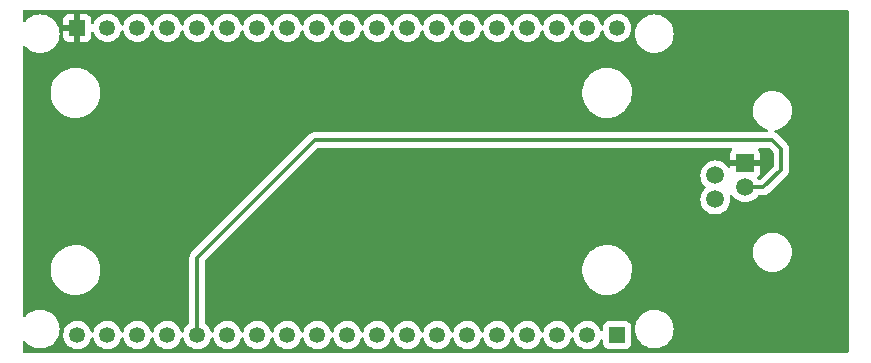
<source format=gbr>
%TF.GenerationSoftware,KiCad,Pcbnew,(6.0.7)*%
%TF.CreationDate,2022-11-27T14:48:19+01:00*%
%TF.ProjectId,LOOCBaseSystem,4c4f4f43-4261-4736-9553-797374656d2e,rev?*%
%TF.SameCoordinates,Original*%
%TF.FileFunction,Copper,L1,Top*%
%TF.FilePolarity,Positive*%
%FSLAX46Y46*%
G04 Gerber Fmt 4.6, Leading zero omitted, Abs format (unit mm)*
G04 Created by KiCad (PCBNEW (6.0.7)) date 2022-11-27 14:48:19*
%MOMM*%
%LPD*%
G01*
G04 APERTURE LIST*
%TA.AperFunction,ComponentPad*%
%ADD10C,1.350000*%
%TD*%
%TA.AperFunction,ComponentPad*%
%ADD11R,1.350000X1.350000*%
%TD*%
%TA.AperFunction,ComponentPad*%
%ADD12R,1.500000X1.500000*%
%TD*%
%TA.AperFunction,ComponentPad*%
%ADD13C,1.500000*%
%TD*%
%TA.AperFunction,Conductor*%
%ADD14C,0.300000*%
%TD*%
G04 APERTURE END LIST*
D10*
%TO.P,U1,J5_19,3V3*%
%TO.N,unconnected-(U1-PadJ5_19)*%
X150860000Y-102000000D03*
%TO.P,U1,J5_18,EN*%
%TO.N,unconnected-(U1-PadJ5_18)*%
X148320000Y-102000000D03*
D11*
%TO.P,U1,J5_1,5V*%
%TO.N,VCC*%
X105140000Y-102000000D03*
D10*
%TO.P,U1,J5_17,SP*%
%TO.N,unconnected-(U1-PadJ5_17)*%
X145780000Y-102000000D03*
%TO.P,U1,J5_16,SN*%
%TO.N,unconnected-(U1-PadJ5_16)*%
X143240000Y-102000000D03*
%TO.P,U1,J5_15,G34*%
%TO.N,unconnected-(U1-PadJ5_15)*%
X140700000Y-102000000D03*
%TO.P,U1,J5_14,G35*%
%TO.N,unconnected-(U1-PadJ5_14)*%
X138160000Y-102000000D03*
%TO.P,U1,J5_13,G32*%
%TO.N,unconnected-(U1-PadJ5_13)*%
X135620000Y-102000000D03*
%TO.P,U1,J5_12,G33*%
%TO.N,unconnected-(U1-PadJ5_12)*%
X133080000Y-102000000D03*
%TO.P,U1,J5_11,G25*%
%TO.N,unconnected-(U1-PadJ5_11)*%
X130540000Y-102000000D03*
%TO.P,U1,J5_10,G26*%
%TO.N,unconnected-(U1-PadJ5_10)*%
X128000000Y-102000000D03*
%TO.P,U1,J5_9,G27*%
%TO.N,unconnected-(U1-PadJ5_9)*%
X125460000Y-102000000D03*
%TO.P,U1,J5_8,G14*%
%TO.N,unconnected-(U1-PadJ5_8)*%
X122920000Y-102000000D03*
%TO.P,U1,J5_7,G12*%
%TO.N,unconnected-(U1-PadJ5_7)*%
X120380000Y-102000000D03*
%TO.P,U1,J5_6,GND*%
%TO.N,GND*%
X117840000Y-102000000D03*
%TO.P,U1,J5_5,G13*%
%TO.N,unconnected-(U1-PadJ5_5)*%
X115300000Y-102000000D03*
%TO.P,U1,J5_4,SD2*%
%TO.N,unconnected-(U1-PadJ5_4)*%
X112760000Y-102000000D03*
%TO.P,U1,J5_3,SD3*%
%TO.N,unconnected-(U1-PadJ5_3)*%
X110220000Y-102000000D03*
%TO.P,U1,J5_2,CMD*%
%TO.N,unconnected-(U1-PadJ5_2)*%
X107680000Y-102000000D03*
%TO.P,U1,J4_19,CLK*%
%TO.N,unconnected-(U1-PadJ4_19)*%
X105140000Y-128000000D03*
%TO.P,U1,J4_18,SD0*%
%TO.N,unconnected-(U1-PadJ4_18)*%
X107680000Y-128000000D03*
%TO.P,U1,J4_17,SD1*%
%TO.N,unconnected-(U1-PadJ4_17)*%
X110220000Y-128000000D03*
%TO.P,U1,J4_16,G15*%
%TO.N,unconnected-(U1-PadJ4_16)*%
X112760000Y-128000000D03*
%TO.P,U1,J4_15,G2*%
%TO.N,DATA_B*%
X115300000Y-128000000D03*
%TO.P,U1,J4_14,G0*%
%TO.N,DATA_A*%
X117840000Y-128000000D03*
%TO.P,U1,J4_13,G4*%
%TO.N,unconnected-(U1-PadJ4_13)*%
X120380000Y-128000000D03*
%TO.P,U1,J4_12,G16*%
%TO.N,unconnected-(U1-PadJ4_12)*%
X122920000Y-128000000D03*
%TO.P,U1,J4_11,G17*%
%TO.N,unconnected-(U1-PadJ4_11)*%
X125460000Y-128000000D03*
%TO.P,U1,J4_10,G5*%
%TO.N,unconnected-(U1-PadJ4_10)*%
X128000000Y-128000000D03*
%TO.P,U1,J4_9,G18*%
%TO.N,unconnected-(U1-PadJ4_9)*%
X130540000Y-128000000D03*
%TO.P,U1,J4_8,G19*%
%TO.N,unconnected-(U1-PadJ4_8)*%
X133080000Y-128000000D03*
%TO.P,U1,J4_7,GND*%
%TO.N,GND*%
X135620000Y-128000000D03*
%TO.P,U1,J4_6,G21*%
%TO.N,unconnected-(U1-PadJ4_6)*%
X138160000Y-128000000D03*
%TO.P,U1,J4_5,RXD*%
%TO.N,unconnected-(U1-PadJ4_5)*%
X140700000Y-128000000D03*
%TO.P,U1,J4_4,TXD*%
%TO.N,unconnected-(U1-PadJ4_4)*%
X143240000Y-128000000D03*
%TO.P,U1,J4_3,G22*%
%TO.N,unconnected-(U1-PadJ4_3)*%
X145780000Y-128000000D03*
%TO.P,U1,J4_2,G23*%
%TO.N,unconnected-(U1-PadJ4_2)*%
X148320000Y-128000000D03*
D11*
%TO.P,U1,J4_1,GND*%
%TO.N,GND*%
X150860000Y-128000000D03*
%TD*%
D12*
%TO.P,J1,1*%
%TO.N,VCC*%
X161700000Y-113470000D03*
D13*
%TO.P,J1,2*%
%TO.N,DATA_A*%
X159160000Y-114490000D03*
%TO.P,J1,3*%
%TO.N,DATA_B*%
X161700000Y-115510000D03*
%TO.P,J1,4*%
%TO.N,GND*%
X159160000Y-116530000D03*
%TD*%
D14*
%TO.N,DATA_B*%
X164750000Y-112250000D02*
X164750000Y-114000000D01*
X164000000Y-111500000D02*
X164750000Y-112250000D01*
X163240000Y-115510000D02*
X161700000Y-115510000D01*
X125250000Y-111500000D02*
X164000000Y-111500000D01*
X115300000Y-121450000D02*
X125250000Y-111500000D01*
X115300000Y-128000000D02*
X115300000Y-121450000D01*
X164750000Y-114000000D02*
X163240000Y-115510000D01*
%TD*%
%TA.AperFunction,Conductor*%
%TO.N,VCC*%
G36*
X170433621Y-100528502D02*
G01*
X170480114Y-100582158D01*
X170491500Y-100634500D01*
X170491500Y-129365500D01*
X170471498Y-129433621D01*
X170417842Y-129480114D01*
X170365500Y-129491500D01*
X100634500Y-129491500D01*
X100566379Y-129471498D01*
X100519886Y-129417842D01*
X100508500Y-129365500D01*
X100508500Y-128610428D01*
X100528502Y-128542307D01*
X100582158Y-128495814D01*
X100652432Y-128485710D01*
X100717012Y-128515204D01*
X100730309Y-128528596D01*
X100841369Y-128658631D01*
X101036884Y-128825616D01*
X101256113Y-128959960D01*
X101260683Y-128961853D01*
X101260687Y-128961855D01*
X101489087Y-129056461D01*
X101493660Y-129058355D01*
X101580502Y-129079204D01*
X101738861Y-129117223D01*
X101738867Y-129117224D01*
X101743674Y-129118378D01*
X101832965Y-129125405D01*
X101933363Y-129133307D01*
X101933372Y-129133307D01*
X101935820Y-129133500D01*
X102064180Y-129133500D01*
X102066628Y-129133307D01*
X102066637Y-129133307D01*
X102167035Y-129125405D01*
X102256326Y-129118378D01*
X102261133Y-129117224D01*
X102261139Y-129117223D01*
X102419498Y-129079204D01*
X102506340Y-129058355D01*
X102510913Y-129056461D01*
X102739313Y-128961855D01*
X102739317Y-128961853D01*
X102743887Y-128959960D01*
X102963116Y-128825616D01*
X103158631Y-128658631D01*
X103325616Y-128463116D01*
X103459960Y-128243887D01*
X103472004Y-128214812D01*
X103556461Y-128010913D01*
X103556462Y-128010911D01*
X103558355Y-128006340D01*
X103567347Y-127968887D01*
X103951837Y-127968887D01*
X103966063Y-128185933D01*
X103967484Y-128191529D01*
X103967485Y-128191534D01*
X103991641Y-128286646D01*
X104019605Y-128396753D01*
X104022022Y-128401996D01*
X104061891Y-128488478D01*
X104110668Y-128594285D01*
X104114001Y-128599001D01*
X104201730Y-128723134D01*
X104236204Y-128771914D01*
X104240346Y-128775949D01*
X104291331Y-128825616D01*
X104392009Y-128923692D01*
X104572863Y-129044536D01*
X104578171Y-129046817D01*
X104578172Y-129046817D01*
X104767409Y-129128119D01*
X104767412Y-129128120D01*
X104772712Y-129130397D01*
X104778342Y-129131671D01*
X104876464Y-129153874D01*
X104984860Y-129178402D01*
X104990631Y-129178629D01*
X104990633Y-129178629D01*
X105063620Y-129181496D01*
X105202205Y-129186941D01*
X105417466Y-129155730D01*
X105422930Y-129153875D01*
X105422935Y-129153874D01*
X105617963Y-129087671D01*
X105617968Y-129087669D01*
X105623435Y-129085813D01*
X105813213Y-128979532D01*
X105980446Y-128840446D01*
X106119532Y-128673213D01*
X106192843Y-128542307D01*
X106222989Y-128488478D01*
X106222990Y-128488476D01*
X106225813Y-128483435D01*
X106227669Y-128477968D01*
X106227671Y-128477963D01*
X106292614Y-128286646D01*
X106333451Y-128228569D01*
X106399204Y-128201791D01*
X106468996Y-128214812D01*
X106520669Y-128263499D01*
X106534050Y-128296131D01*
X106559605Y-128396753D01*
X106562022Y-128401996D01*
X106601891Y-128488478D01*
X106650668Y-128594285D01*
X106654001Y-128599001D01*
X106741730Y-128723134D01*
X106776204Y-128771914D01*
X106780346Y-128775949D01*
X106831331Y-128825616D01*
X106932009Y-128923692D01*
X107112863Y-129044536D01*
X107118171Y-129046817D01*
X107118172Y-129046817D01*
X107307409Y-129128119D01*
X107307412Y-129128120D01*
X107312712Y-129130397D01*
X107318342Y-129131671D01*
X107416464Y-129153874D01*
X107524860Y-129178402D01*
X107530631Y-129178629D01*
X107530633Y-129178629D01*
X107603620Y-129181496D01*
X107742205Y-129186941D01*
X107957466Y-129155730D01*
X107962930Y-129153875D01*
X107962935Y-129153874D01*
X108157963Y-129087671D01*
X108157968Y-129087669D01*
X108163435Y-129085813D01*
X108353213Y-128979532D01*
X108520446Y-128840446D01*
X108659532Y-128673213D01*
X108732843Y-128542307D01*
X108762989Y-128488478D01*
X108762990Y-128488476D01*
X108765813Y-128483435D01*
X108767669Y-128477968D01*
X108767671Y-128477963D01*
X108832614Y-128286646D01*
X108873451Y-128228569D01*
X108939204Y-128201791D01*
X109008996Y-128214812D01*
X109060669Y-128263499D01*
X109074050Y-128296131D01*
X109099605Y-128396753D01*
X109102022Y-128401996D01*
X109141891Y-128488478D01*
X109190668Y-128594285D01*
X109194001Y-128599001D01*
X109281730Y-128723134D01*
X109316204Y-128771914D01*
X109320346Y-128775949D01*
X109371331Y-128825616D01*
X109472009Y-128923692D01*
X109652863Y-129044536D01*
X109658171Y-129046817D01*
X109658172Y-129046817D01*
X109847409Y-129128119D01*
X109847412Y-129128120D01*
X109852712Y-129130397D01*
X109858342Y-129131671D01*
X109956464Y-129153874D01*
X110064860Y-129178402D01*
X110070631Y-129178629D01*
X110070633Y-129178629D01*
X110143620Y-129181496D01*
X110282205Y-129186941D01*
X110497466Y-129155730D01*
X110502930Y-129153875D01*
X110502935Y-129153874D01*
X110697963Y-129087671D01*
X110697968Y-129087669D01*
X110703435Y-129085813D01*
X110893213Y-128979532D01*
X111060446Y-128840446D01*
X111199532Y-128673213D01*
X111272843Y-128542307D01*
X111302989Y-128488478D01*
X111302990Y-128488476D01*
X111305813Y-128483435D01*
X111307669Y-128477968D01*
X111307671Y-128477963D01*
X111372614Y-128286646D01*
X111413451Y-128228569D01*
X111479204Y-128201791D01*
X111548996Y-128214812D01*
X111600669Y-128263499D01*
X111614050Y-128296131D01*
X111639605Y-128396753D01*
X111642022Y-128401996D01*
X111681891Y-128488478D01*
X111730668Y-128594285D01*
X111734001Y-128599001D01*
X111821730Y-128723134D01*
X111856204Y-128771914D01*
X111860346Y-128775949D01*
X111911331Y-128825616D01*
X112012009Y-128923692D01*
X112192863Y-129044536D01*
X112198171Y-129046817D01*
X112198172Y-129046817D01*
X112387409Y-129128119D01*
X112387412Y-129128120D01*
X112392712Y-129130397D01*
X112398342Y-129131671D01*
X112496464Y-129153874D01*
X112604860Y-129178402D01*
X112610631Y-129178629D01*
X112610633Y-129178629D01*
X112683620Y-129181496D01*
X112822205Y-129186941D01*
X113037466Y-129155730D01*
X113042930Y-129153875D01*
X113042935Y-129153874D01*
X113237963Y-129087671D01*
X113237968Y-129087669D01*
X113243435Y-129085813D01*
X113433213Y-128979532D01*
X113600446Y-128840446D01*
X113739532Y-128673213D01*
X113812843Y-128542307D01*
X113842989Y-128488478D01*
X113842990Y-128488476D01*
X113845813Y-128483435D01*
X113847669Y-128477968D01*
X113847671Y-128477963D01*
X113912614Y-128286646D01*
X113953451Y-128228569D01*
X114019204Y-128201791D01*
X114088996Y-128214812D01*
X114140669Y-128263499D01*
X114154050Y-128296131D01*
X114179605Y-128396753D01*
X114182022Y-128401996D01*
X114221891Y-128488478D01*
X114270668Y-128594285D01*
X114274001Y-128599001D01*
X114361730Y-128723134D01*
X114396204Y-128771914D01*
X114400346Y-128775949D01*
X114451331Y-128825616D01*
X114552009Y-128923692D01*
X114732863Y-129044536D01*
X114738171Y-129046817D01*
X114738172Y-129046817D01*
X114927409Y-129128119D01*
X114927412Y-129128120D01*
X114932712Y-129130397D01*
X114938342Y-129131671D01*
X115036464Y-129153874D01*
X115144860Y-129178402D01*
X115150631Y-129178629D01*
X115150633Y-129178629D01*
X115223620Y-129181496D01*
X115362205Y-129186941D01*
X115577466Y-129155730D01*
X115582930Y-129153875D01*
X115582935Y-129153874D01*
X115777963Y-129087671D01*
X115777968Y-129087669D01*
X115783435Y-129085813D01*
X115973213Y-128979532D01*
X116140446Y-128840446D01*
X116279532Y-128673213D01*
X116352843Y-128542307D01*
X116382989Y-128488478D01*
X116382990Y-128488476D01*
X116385813Y-128483435D01*
X116387669Y-128477968D01*
X116387671Y-128477963D01*
X116452614Y-128286646D01*
X116493451Y-128228569D01*
X116559204Y-128201791D01*
X116628996Y-128214812D01*
X116680669Y-128263499D01*
X116694050Y-128296131D01*
X116719605Y-128396753D01*
X116722022Y-128401996D01*
X116761891Y-128488478D01*
X116810668Y-128594285D01*
X116814001Y-128599001D01*
X116901730Y-128723134D01*
X116936204Y-128771914D01*
X116940346Y-128775949D01*
X116991331Y-128825616D01*
X117092009Y-128923692D01*
X117272863Y-129044536D01*
X117278171Y-129046817D01*
X117278172Y-129046817D01*
X117467409Y-129128119D01*
X117467412Y-129128120D01*
X117472712Y-129130397D01*
X117478342Y-129131671D01*
X117576464Y-129153874D01*
X117684860Y-129178402D01*
X117690631Y-129178629D01*
X117690633Y-129178629D01*
X117763620Y-129181496D01*
X117902205Y-129186941D01*
X118117466Y-129155730D01*
X118122930Y-129153875D01*
X118122935Y-129153874D01*
X118317963Y-129087671D01*
X118317968Y-129087669D01*
X118323435Y-129085813D01*
X118513213Y-128979532D01*
X118680446Y-128840446D01*
X118819532Y-128673213D01*
X118892843Y-128542307D01*
X118922989Y-128488478D01*
X118922990Y-128488476D01*
X118925813Y-128483435D01*
X118927669Y-128477968D01*
X118927671Y-128477963D01*
X118992614Y-128286646D01*
X119033451Y-128228569D01*
X119099204Y-128201791D01*
X119168996Y-128214812D01*
X119220669Y-128263499D01*
X119234050Y-128296131D01*
X119259605Y-128396753D01*
X119262022Y-128401996D01*
X119301891Y-128488478D01*
X119350668Y-128594285D01*
X119354001Y-128599001D01*
X119441730Y-128723134D01*
X119476204Y-128771914D01*
X119480346Y-128775949D01*
X119531331Y-128825616D01*
X119632009Y-128923692D01*
X119812863Y-129044536D01*
X119818171Y-129046817D01*
X119818172Y-129046817D01*
X120007409Y-129128119D01*
X120007412Y-129128120D01*
X120012712Y-129130397D01*
X120018342Y-129131671D01*
X120116464Y-129153874D01*
X120224860Y-129178402D01*
X120230631Y-129178629D01*
X120230633Y-129178629D01*
X120303620Y-129181496D01*
X120442205Y-129186941D01*
X120657466Y-129155730D01*
X120662930Y-129153875D01*
X120662935Y-129153874D01*
X120857963Y-129087671D01*
X120857968Y-129087669D01*
X120863435Y-129085813D01*
X121053213Y-128979532D01*
X121220446Y-128840446D01*
X121359532Y-128673213D01*
X121432843Y-128542307D01*
X121462989Y-128488478D01*
X121462990Y-128488476D01*
X121465813Y-128483435D01*
X121467669Y-128477968D01*
X121467671Y-128477963D01*
X121532614Y-128286646D01*
X121573451Y-128228569D01*
X121639204Y-128201791D01*
X121708996Y-128214812D01*
X121760669Y-128263499D01*
X121774050Y-128296131D01*
X121799605Y-128396753D01*
X121802022Y-128401996D01*
X121841891Y-128488478D01*
X121890668Y-128594285D01*
X121894001Y-128599001D01*
X121981730Y-128723134D01*
X122016204Y-128771914D01*
X122020346Y-128775949D01*
X122071331Y-128825616D01*
X122172009Y-128923692D01*
X122352863Y-129044536D01*
X122358171Y-129046817D01*
X122358172Y-129046817D01*
X122547409Y-129128119D01*
X122547412Y-129128120D01*
X122552712Y-129130397D01*
X122558342Y-129131671D01*
X122656464Y-129153874D01*
X122764860Y-129178402D01*
X122770631Y-129178629D01*
X122770633Y-129178629D01*
X122843620Y-129181496D01*
X122982205Y-129186941D01*
X123197466Y-129155730D01*
X123202930Y-129153875D01*
X123202935Y-129153874D01*
X123397963Y-129087671D01*
X123397968Y-129087669D01*
X123403435Y-129085813D01*
X123593213Y-128979532D01*
X123760446Y-128840446D01*
X123899532Y-128673213D01*
X123972843Y-128542307D01*
X124002989Y-128488478D01*
X124002990Y-128488476D01*
X124005813Y-128483435D01*
X124007669Y-128477968D01*
X124007671Y-128477963D01*
X124072614Y-128286646D01*
X124113451Y-128228569D01*
X124179204Y-128201791D01*
X124248996Y-128214812D01*
X124300669Y-128263499D01*
X124314050Y-128296131D01*
X124339605Y-128396753D01*
X124342022Y-128401996D01*
X124381891Y-128488478D01*
X124430668Y-128594285D01*
X124434001Y-128599001D01*
X124521730Y-128723134D01*
X124556204Y-128771914D01*
X124560346Y-128775949D01*
X124611331Y-128825616D01*
X124712009Y-128923692D01*
X124892863Y-129044536D01*
X124898171Y-129046817D01*
X124898172Y-129046817D01*
X125087409Y-129128119D01*
X125087412Y-129128120D01*
X125092712Y-129130397D01*
X125098342Y-129131671D01*
X125196464Y-129153874D01*
X125304860Y-129178402D01*
X125310631Y-129178629D01*
X125310633Y-129178629D01*
X125383620Y-129181496D01*
X125522205Y-129186941D01*
X125737466Y-129155730D01*
X125742930Y-129153875D01*
X125742935Y-129153874D01*
X125937963Y-129087671D01*
X125937968Y-129087669D01*
X125943435Y-129085813D01*
X126133213Y-128979532D01*
X126300446Y-128840446D01*
X126439532Y-128673213D01*
X126512843Y-128542307D01*
X126542989Y-128488478D01*
X126542990Y-128488476D01*
X126545813Y-128483435D01*
X126547669Y-128477968D01*
X126547671Y-128477963D01*
X126612614Y-128286646D01*
X126653451Y-128228569D01*
X126719204Y-128201791D01*
X126788996Y-128214812D01*
X126840669Y-128263499D01*
X126854050Y-128296131D01*
X126879605Y-128396753D01*
X126882022Y-128401996D01*
X126921891Y-128488478D01*
X126970668Y-128594285D01*
X126974001Y-128599001D01*
X127061730Y-128723134D01*
X127096204Y-128771914D01*
X127100346Y-128775949D01*
X127151331Y-128825616D01*
X127252009Y-128923692D01*
X127432863Y-129044536D01*
X127438171Y-129046817D01*
X127438172Y-129046817D01*
X127627409Y-129128119D01*
X127627412Y-129128120D01*
X127632712Y-129130397D01*
X127638342Y-129131671D01*
X127736464Y-129153874D01*
X127844860Y-129178402D01*
X127850631Y-129178629D01*
X127850633Y-129178629D01*
X127923620Y-129181496D01*
X128062205Y-129186941D01*
X128277466Y-129155730D01*
X128282930Y-129153875D01*
X128282935Y-129153874D01*
X128477963Y-129087671D01*
X128477968Y-129087669D01*
X128483435Y-129085813D01*
X128673213Y-128979532D01*
X128840446Y-128840446D01*
X128979532Y-128673213D01*
X129052843Y-128542307D01*
X129082989Y-128488478D01*
X129082990Y-128488476D01*
X129085813Y-128483435D01*
X129087669Y-128477968D01*
X129087671Y-128477963D01*
X129152614Y-128286646D01*
X129193451Y-128228569D01*
X129259204Y-128201791D01*
X129328996Y-128214812D01*
X129380669Y-128263499D01*
X129394050Y-128296131D01*
X129419605Y-128396753D01*
X129422022Y-128401996D01*
X129461891Y-128488478D01*
X129510668Y-128594285D01*
X129514001Y-128599001D01*
X129601730Y-128723134D01*
X129636204Y-128771914D01*
X129640346Y-128775949D01*
X129691331Y-128825616D01*
X129792009Y-128923692D01*
X129972863Y-129044536D01*
X129978171Y-129046817D01*
X129978172Y-129046817D01*
X130167409Y-129128119D01*
X130167412Y-129128120D01*
X130172712Y-129130397D01*
X130178342Y-129131671D01*
X130276464Y-129153874D01*
X130384860Y-129178402D01*
X130390631Y-129178629D01*
X130390633Y-129178629D01*
X130463620Y-129181496D01*
X130602205Y-129186941D01*
X130817466Y-129155730D01*
X130822930Y-129153875D01*
X130822935Y-129153874D01*
X131017963Y-129087671D01*
X131017968Y-129087669D01*
X131023435Y-129085813D01*
X131213213Y-128979532D01*
X131380446Y-128840446D01*
X131519532Y-128673213D01*
X131592843Y-128542307D01*
X131622989Y-128488478D01*
X131622990Y-128488476D01*
X131625813Y-128483435D01*
X131627669Y-128477968D01*
X131627671Y-128477963D01*
X131692614Y-128286646D01*
X131733451Y-128228569D01*
X131799204Y-128201791D01*
X131868996Y-128214812D01*
X131920669Y-128263499D01*
X131934050Y-128296131D01*
X131959605Y-128396753D01*
X131962022Y-128401996D01*
X132001891Y-128488478D01*
X132050668Y-128594285D01*
X132054001Y-128599001D01*
X132141730Y-128723134D01*
X132176204Y-128771914D01*
X132180346Y-128775949D01*
X132231331Y-128825616D01*
X132332009Y-128923692D01*
X132512863Y-129044536D01*
X132518171Y-129046817D01*
X132518172Y-129046817D01*
X132707409Y-129128119D01*
X132707412Y-129128120D01*
X132712712Y-129130397D01*
X132718342Y-129131671D01*
X132816464Y-129153874D01*
X132924860Y-129178402D01*
X132930631Y-129178629D01*
X132930633Y-129178629D01*
X133003620Y-129181496D01*
X133142205Y-129186941D01*
X133357466Y-129155730D01*
X133362930Y-129153875D01*
X133362935Y-129153874D01*
X133557963Y-129087671D01*
X133557968Y-129087669D01*
X133563435Y-129085813D01*
X133753213Y-128979532D01*
X133920446Y-128840446D01*
X134059532Y-128673213D01*
X134132843Y-128542307D01*
X134162989Y-128488478D01*
X134162990Y-128488476D01*
X134165813Y-128483435D01*
X134167669Y-128477968D01*
X134167671Y-128477963D01*
X134232614Y-128286646D01*
X134273451Y-128228569D01*
X134339204Y-128201791D01*
X134408996Y-128214812D01*
X134460669Y-128263499D01*
X134474050Y-128296131D01*
X134499605Y-128396753D01*
X134502022Y-128401996D01*
X134541891Y-128488478D01*
X134590668Y-128594285D01*
X134594001Y-128599001D01*
X134681730Y-128723134D01*
X134716204Y-128771914D01*
X134720346Y-128775949D01*
X134771331Y-128825616D01*
X134872009Y-128923692D01*
X135052863Y-129044536D01*
X135058171Y-129046817D01*
X135058172Y-129046817D01*
X135247409Y-129128119D01*
X135247412Y-129128120D01*
X135252712Y-129130397D01*
X135258342Y-129131671D01*
X135356464Y-129153874D01*
X135464860Y-129178402D01*
X135470631Y-129178629D01*
X135470633Y-129178629D01*
X135543620Y-129181496D01*
X135682205Y-129186941D01*
X135897466Y-129155730D01*
X135902930Y-129153875D01*
X135902935Y-129153874D01*
X136097963Y-129087671D01*
X136097968Y-129087669D01*
X136103435Y-129085813D01*
X136293213Y-128979532D01*
X136460446Y-128840446D01*
X136599532Y-128673213D01*
X136672843Y-128542307D01*
X136702989Y-128488478D01*
X136702990Y-128488476D01*
X136705813Y-128483435D01*
X136707669Y-128477968D01*
X136707671Y-128477963D01*
X136772614Y-128286646D01*
X136813451Y-128228569D01*
X136879204Y-128201791D01*
X136948996Y-128214812D01*
X137000669Y-128263499D01*
X137014050Y-128296131D01*
X137039605Y-128396753D01*
X137042022Y-128401996D01*
X137081891Y-128488478D01*
X137130668Y-128594285D01*
X137134001Y-128599001D01*
X137221730Y-128723134D01*
X137256204Y-128771914D01*
X137260346Y-128775949D01*
X137311331Y-128825616D01*
X137412009Y-128923692D01*
X137592863Y-129044536D01*
X137598171Y-129046817D01*
X137598172Y-129046817D01*
X137787409Y-129128119D01*
X137787412Y-129128120D01*
X137792712Y-129130397D01*
X137798342Y-129131671D01*
X137896464Y-129153874D01*
X138004860Y-129178402D01*
X138010631Y-129178629D01*
X138010633Y-129178629D01*
X138083620Y-129181496D01*
X138222205Y-129186941D01*
X138437466Y-129155730D01*
X138442930Y-129153875D01*
X138442935Y-129153874D01*
X138637963Y-129087671D01*
X138637968Y-129087669D01*
X138643435Y-129085813D01*
X138833213Y-128979532D01*
X139000446Y-128840446D01*
X139139532Y-128673213D01*
X139212843Y-128542307D01*
X139242989Y-128488478D01*
X139242990Y-128488476D01*
X139245813Y-128483435D01*
X139247669Y-128477968D01*
X139247671Y-128477963D01*
X139312614Y-128286646D01*
X139353451Y-128228569D01*
X139419204Y-128201791D01*
X139488996Y-128214812D01*
X139540669Y-128263499D01*
X139554050Y-128296131D01*
X139579605Y-128396753D01*
X139582022Y-128401996D01*
X139621891Y-128488478D01*
X139670668Y-128594285D01*
X139674001Y-128599001D01*
X139761730Y-128723134D01*
X139796204Y-128771914D01*
X139800346Y-128775949D01*
X139851331Y-128825616D01*
X139952009Y-128923692D01*
X140132863Y-129044536D01*
X140138171Y-129046817D01*
X140138172Y-129046817D01*
X140327409Y-129128119D01*
X140327412Y-129128120D01*
X140332712Y-129130397D01*
X140338342Y-129131671D01*
X140436464Y-129153874D01*
X140544860Y-129178402D01*
X140550631Y-129178629D01*
X140550633Y-129178629D01*
X140623620Y-129181496D01*
X140762205Y-129186941D01*
X140977466Y-129155730D01*
X140982930Y-129153875D01*
X140982935Y-129153874D01*
X141177963Y-129087671D01*
X141177968Y-129087669D01*
X141183435Y-129085813D01*
X141373213Y-128979532D01*
X141540446Y-128840446D01*
X141679532Y-128673213D01*
X141752843Y-128542307D01*
X141782989Y-128488478D01*
X141782990Y-128488476D01*
X141785813Y-128483435D01*
X141787669Y-128477968D01*
X141787671Y-128477963D01*
X141852614Y-128286646D01*
X141893451Y-128228569D01*
X141959204Y-128201791D01*
X142028996Y-128214812D01*
X142080669Y-128263499D01*
X142094050Y-128296131D01*
X142119605Y-128396753D01*
X142122022Y-128401996D01*
X142161891Y-128488478D01*
X142210668Y-128594285D01*
X142214001Y-128599001D01*
X142301730Y-128723134D01*
X142336204Y-128771914D01*
X142340346Y-128775949D01*
X142391331Y-128825616D01*
X142492009Y-128923692D01*
X142672863Y-129044536D01*
X142678171Y-129046817D01*
X142678172Y-129046817D01*
X142867409Y-129128119D01*
X142867412Y-129128120D01*
X142872712Y-129130397D01*
X142878342Y-129131671D01*
X142976464Y-129153874D01*
X143084860Y-129178402D01*
X143090631Y-129178629D01*
X143090633Y-129178629D01*
X143163620Y-129181496D01*
X143302205Y-129186941D01*
X143517466Y-129155730D01*
X143522930Y-129153875D01*
X143522935Y-129153874D01*
X143717963Y-129087671D01*
X143717968Y-129087669D01*
X143723435Y-129085813D01*
X143913213Y-128979532D01*
X144080446Y-128840446D01*
X144219532Y-128673213D01*
X144292843Y-128542307D01*
X144322989Y-128488478D01*
X144322990Y-128488476D01*
X144325813Y-128483435D01*
X144327669Y-128477968D01*
X144327671Y-128477963D01*
X144392614Y-128286646D01*
X144433451Y-128228569D01*
X144499204Y-128201791D01*
X144568996Y-128214812D01*
X144620669Y-128263499D01*
X144634050Y-128296131D01*
X144659605Y-128396753D01*
X144662022Y-128401996D01*
X144701891Y-128488478D01*
X144750668Y-128594285D01*
X144754001Y-128599001D01*
X144841730Y-128723134D01*
X144876204Y-128771914D01*
X144880346Y-128775949D01*
X144931331Y-128825616D01*
X145032009Y-128923692D01*
X145212863Y-129044536D01*
X145218171Y-129046817D01*
X145218172Y-129046817D01*
X145407409Y-129128119D01*
X145407412Y-129128120D01*
X145412712Y-129130397D01*
X145418342Y-129131671D01*
X145516464Y-129153874D01*
X145624860Y-129178402D01*
X145630631Y-129178629D01*
X145630633Y-129178629D01*
X145703620Y-129181496D01*
X145842205Y-129186941D01*
X146057466Y-129155730D01*
X146062930Y-129153875D01*
X146062935Y-129153874D01*
X146257963Y-129087671D01*
X146257968Y-129087669D01*
X146263435Y-129085813D01*
X146453213Y-128979532D01*
X146620446Y-128840446D01*
X146759532Y-128673213D01*
X146832843Y-128542307D01*
X146862989Y-128488478D01*
X146862990Y-128488476D01*
X146865813Y-128483435D01*
X146867669Y-128477968D01*
X146867671Y-128477963D01*
X146932614Y-128286646D01*
X146973451Y-128228569D01*
X147039204Y-128201791D01*
X147108996Y-128214812D01*
X147160669Y-128263499D01*
X147174050Y-128296131D01*
X147199605Y-128396753D01*
X147202022Y-128401996D01*
X147241891Y-128488478D01*
X147290668Y-128594285D01*
X147294001Y-128599001D01*
X147381730Y-128723134D01*
X147416204Y-128771914D01*
X147420346Y-128775949D01*
X147471331Y-128825616D01*
X147572009Y-128923692D01*
X147752863Y-129044536D01*
X147758171Y-129046817D01*
X147758172Y-129046817D01*
X147947409Y-129128119D01*
X147947412Y-129128120D01*
X147952712Y-129130397D01*
X147958342Y-129131671D01*
X148056464Y-129153874D01*
X148164860Y-129178402D01*
X148170631Y-129178629D01*
X148170633Y-129178629D01*
X148243620Y-129181496D01*
X148382205Y-129186941D01*
X148597466Y-129155730D01*
X148602930Y-129153875D01*
X148602935Y-129153874D01*
X148797963Y-129087671D01*
X148797968Y-129087669D01*
X148803435Y-129085813D01*
X148993213Y-128979532D01*
X149160446Y-128840446D01*
X149299532Y-128673213D01*
X149372843Y-128542307D01*
X149402989Y-128488478D01*
X149402990Y-128488476D01*
X149405813Y-128483435D01*
X149431187Y-128408684D01*
X149472024Y-128350609D01*
X149537777Y-128323831D01*
X149607569Y-128336852D01*
X149659243Y-128385539D01*
X149676500Y-128449187D01*
X149676500Y-128723134D01*
X149683255Y-128785316D01*
X149734385Y-128921705D01*
X149821739Y-129038261D01*
X149938295Y-129125615D01*
X150074684Y-129176745D01*
X150136866Y-129183500D01*
X151583134Y-129183500D01*
X151645316Y-129176745D01*
X151781705Y-129125615D01*
X151898261Y-129038261D01*
X151985615Y-128921705D01*
X152036745Y-128785316D01*
X152043500Y-128723134D01*
X152043500Y-127500000D01*
X152361449Y-127500000D01*
X152381622Y-127756326D01*
X152382776Y-127761133D01*
X152382777Y-127761139D01*
X152420796Y-127919498D01*
X152441645Y-128006340D01*
X152443538Y-128010911D01*
X152443539Y-128010913D01*
X152527997Y-128214812D01*
X152540040Y-128243887D01*
X152674384Y-128463116D01*
X152841369Y-128658631D01*
X153036884Y-128825616D01*
X153256113Y-128959960D01*
X153260683Y-128961853D01*
X153260687Y-128961855D01*
X153489087Y-129056461D01*
X153493660Y-129058355D01*
X153580502Y-129079204D01*
X153738861Y-129117223D01*
X153738867Y-129117224D01*
X153743674Y-129118378D01*
X153832965Y-129125405D01*
X153933363Y-129133307D01*
X153933372Y-129133307D01*
X153935820Y-129133500D01*
X154064180Y-129133500D01*
X154066628Y-129133307D01*
X154066637Y-129133307D01*
X154167035Y-129125405D01*
X154256326Y-129118378D01*
X154261133Y-129117224D01*
X154261139Y-129117223D01*
X154419498Y-129079204D01*
X154506340Y-129058355D01*
X154510913Y-129056461D01*
X154739313Y-128961855D01*
X154739317Y-128961853D01*
X154743887Y-128959960D01*
X154963116Y-128825616D01*
X155158631Y-128658631D01*
X155325616Y-128463116D01*
X155459960Y-128243887D01*
X155472004Y-128214812D01*
X155556461Y-128010913D01*
X155556462Y-128010911D01*
X155558355Y-128006340D01*
X155579204Y-127919498D01*
X155617223Y-127761139D01*
X155617224Y-127761133D01*
X155618378Y-127756326D01*
X155638551Y-127500000D01*
X155618378Y-127243674D01*
X155613305Y-127222540D01*
X155569692Y-127040882D01*
X155558355Y-126993660D01*
X155535646Y-126938836D01*
X155461855Y-126760687D01*
X155461853Y-126760683D01*
X155459960Y-126756113D01*
X155325616Y-126536884D01*
X155158631Y-126341369D01*
X154963116Y-126174384D01*
X154743887Y-126040040D01*
X154739317Y-126038147D01*
X154739313Y-126038145D01*
X154510913Y-125943539D01*
X154510911Y-125943538D01*
X154506340Y-125941645D01*
X154419498Y-125920796D01*
X154261139Y-125882777D01*
X154261133Y-125882776D01*
X154256326Y-125881622D01*
X154167035Y-125874595D01*
X154066637Y-125866693D01*
X154066628Y-125866693D01*
X154064180Y-125866500D01*
X153935820Y-125866500D01*
X153933372Y-125866693D01*
X153933363Y-125866693D01*
X153832965Y-125874595D01*
X153743674Y-125881622D01*
X153738867Y-125882776D01*
X153738861Y-125882777D01*
X153580502Y-125920796D01*
X153493660Y-125941645D01*
X153489089Y-125943538D01*
X153489087Y-125943539D01*
X153260687Y-126038145D01*
X153260683Y-126038147D01*
X153256113Y-126040040D01*
X153036884Y-126174384D01*
X152841369Y-126341369D01*
X152674384Y-126536884D01*
X152540040Y-126756113D01*
X152538147Y-126760683D01*
X152538145Y-126760687D01*
X152464354Y-126938836D01*
X152441645Y-126993660D01*
X152430308Y-127040882D01*
X152386696Y-127222540D01*
X152381622Y-127243674D01*
X152361449Y-127500000D01*
X152043500Y-127500000D01*
X152043500Y-127276866D01*
X152036745Y-127214684D01*
X151985615Y-127078295D01*
X151898261Y-126961739D01*
X151781705Y-126874385D01*
X151645316Y-126823255D01*
X151583134Y-126816500D01*
X150136866Y-126816500D01*
X150074684Y-126823255D01*
X149938295Y-126874385D01*
X149821739Y-126961739D01*
X149734385Y-127078295D01*
X149683255Y-127214684D01*
X149676500Y-127276866D01*
X149676500Y-127538825D01*
X149656498Y-127606946D01*
X149602842Y-127653439D01*
X149532568Y-127663543D01*
X149467988Y-127634049D01*
X149432868Y-127583977D01*
X149431195Y-127579619D01*
X149429626Y-127574055D01*
X149333423Y-127378974D01*
X149216609Y-127222540D01*
X149206733Y-127209315D01*
X149206732Y-127209314D01*
X149203280Y-127204691D01*
X149075641Y-127086703D01*
X149047796Y-127060963D01*
X149047793Y-127060961D01*
X149043556Y-127057044D01*
X148859599Y-126940976D01*
X148657572Y-126860376D01*
X148444239Y-126817941D01*
X148438464Y-126817865D01*
X148438460Y-126817865D01*
X148329419Y-126816438D01*
X148226746Y-126815094D01*
X148221049Y-126816073D01*
X148221048Y-126816073D01*
X148018065Y-126850952D01*
X148018062Y-126850953D01*
X148012375Y-126851930D01*
X147808307Y-126927214D01*
X147621376Y-127038427D01*
X147457842Y-127181842D01*
X147323181Y-127352658D01*
X147221905Y-127545154D01*
X147220192Y-127550671D01*
X147169647Y-127713449D01*
X147130344Y-127772574D01*
X147065315Y-127801064D01*
X146995205Y-127789874D01*
X146942276Y-127742556D01*
X146928049Y-127710295D01*
X146889626Y-127574055D01*
X146793423Y-127378974D01*
X146676609Y-127222540D01*
X146666733Y-127209315D01*
X146666732Y-127209314D01*
X146663280Y-127204691D01*
X146535641Y-127086703D01*
X146507796Y-127060963D01*
X146507793Y-127060961D01*
X146503556Y-127057044D01*
X146319599Y-126940976D01*
X146117572Y-126860376D01*
X145904239Y-126817941D01*
X145898464Y-126817865D01*
X145898460Y-126817865D01*
X145789419Y-126816438D01*
X145686746Y-126815094D01*
X145681049Y-126816073D01*
X145681048Y-126816073D01*
X145478065Y-126850952D01*
X145478062Y-126850953D01*
X145472375Y-126851930D01*
X145268307Y-126927214D01*
X145081376Y-127038427D01*
X144917842Y-127181842D01*
X144783181Y-127352658D01*
X144681905Y-127545154D01*
X144680192Y-127550671D01*
X144629647Y-127713449D01*
X144590344Y-127772574D01*
X144525315Y-127801064D01*
X144455205Y-127789874D01*
X144402276Y-127742556D01*
X144388049Y-127710295D01*
X144349626Y-127574055D01*
X144253423Y-127378974D01*
X144136609Y-127222540D01*
X144126733Y-127209315D01*
X144126732Y-127209314D01*
X144123280Y-127204691D01*
X143995641Y-127086703D01*
X143967796Y-127060963D01*
X143967793Y-127060961D01*
X143963556Y-127057044D01*
X143779599Y-126940976D01*
X143577572Y-126860376D01*
X143364239Y-126817941D01*
X143358464Y-126817865D01*
X143358460Y-126817865D01*
X143249419Y-126816438D01*
X143146746Y-126815094D01*
X143141049Y-126816073D01*
X143141048Y-126816073D01*
X142938065Y-126850952D01*
X142938062Y-126850953D01*
X142932375Y-126851930D01*
X142728307Y-126927214D01*
X142541376Y-127038427D01*
X142377842Y-127181842D01*
X142243181Y-127352658D01*
X142141905Y-127545154D01*
X142140192Y-127550671D01*
X142089647Y-127713449D01*
X142050344Y-127772574D01*
X141985315Y-127801064D01*
X141915205Y-127789874D01*
X141862276Y-127742556D01*
X141848049Y-127710295D01*
X141809626Y-127574055D01*
X141713423Y-127378974D01*
X141596609Y-127222540D01*
X141586733Y-127209315D01*
X141586732Y-127209314D01*
X141583280Y-127204691D01*
X141455641Y-127086703D01*
X141427796Y-127060963D01*
X141427793Y-127060961D01*
X141423556Y-127057044D01*
X141239599Y-126940976D01*
X141037572Y-126860376D01*
X140824239Y-126817941D01*
X140818464Y-126817865D01*
X140818460Y-126817865D01*
X140709419Y-126816438D01*
X140606746Y-126815094D01*
X140601049Y-126816073D01*
X140601048Y-126816073D01*
X140398065Y-126850952D01*
X140398062Y-126850953D01*
X140392375Y-126851930D01*
X140188307Y-126927214D01*
X140001376Y-127038427D01*
X139837842Y-127181842D01*
X139703181Y-127352658D01*
X139601905Y-127545154D01*
X139600192Y-127550671D01*
X139549647Y-127713449D01*
X139510344Y-127772574D01*
X139445315Y-127801064D01*
X139375205Y-127789874D01*
X139322276Y-127742556D01*
X139308049Y-127710295D01*
X139269626Y-127574055D01*
X139173423Y-127378974D01*
X139056609Y-127222540D01*
X139046733Y-127209315D01*
X139046732Y-127209314D01*
X139043280Y-127204691D01*
X138915641Y-127086703D01*
X138887796Y-127060963D01*
X138887793Y-127060961D01*
X138883556Y-127057044D01*
X138699599Y-126940976D01*
X138497572Y-126860376D01*
X138284239Y-126817941D01*
X138278464Y-126817865D01*
X138278460Y-126817865D01*
X138169419Y-126816438D01*
X138066746Y-126815094D01*
X138061049Y-126816073D01*
X138061048Y-126816073D01*
X137858065Y-126850952D01*
X137858062Y-126850953D01*
X137852375Y-126851930D01*
X137648307Y-126927214D01*
X137461376Y-127038427D01*
X137297842Y-127181842D01*
X137163181Y-127352658D01*
X137061905Y-127545154D01*
X137060192Y-127550671D01*
X137009647Y-127713449D01*
X136970344Y-127772574D01*
X136905315Y-127801064D01*
X136835205Y-127789874D01*
X136782276Y-127742556D01*
X136768049Y-127710295D01*
X136729626Y-127574055D01*
X136633423Y-127378974D01*
X136516609Y-127222540D01*
X136506733Y-127209315D01*
X136506732Y-127209314D01*
X136503280Y-127204691D01*
X136375641Y-127086703D01*
X136347796Y-127060963D01*
X136347793Y-127060961D01*
X136343556Y-127057044D01*
X136159599Y-126940976D01*
X135957572Y-126860376D01*
X135744239Y-126817941D01*
X135738464Y-126817865D01*
X135738460Y-126817865D01*
X135629419Y-126816438D01*
X135526746Y-126815094D01*
X135521049Y-126816073D01*
X135521048Y-126816073D01*
X135318065Y-126850952D01*
X135318062Y-126850953D01*
X135312375Y-126851930D01*
X135108307Y-126927214D01*
X134921376Y-127038427D01*
X134757842Y-127181842D01*
X134623181Y-127352658D01*
X134521905Y-127545154D01*
X134520192Y-127550671D01*
X134469647Y-127713449D01*
X134430344Y-127772574D01*
X134365315Y-127801064D01*
X134295205Y-127789874D01*
X134242276Y-127742556D01*
X134228049Y-127710295D01*
X134189626Y-127574055D01*
X134093423Y-127378974D01*
X133976609Y-127222540D01*
X133966733Y-127209315D01*
X133966732Y-127209314D01*
X133963280Y-127204691D01*
X133835641Y-127086703D01*
X133807796Y-127060963D01*
X133807793Y-127060961D01*
X133803556Y-127057044D01*
X133619599Y-126940976D01*
X133417572Y-126860376D01*
X133204239Y-126817941D01*
X133198464Y-126817865D01*
X133198460Y-126817865D01*
X133089419Y-126816438D01*
X132986746Y-126815094D01*
X132981049Y-126816073D01*
X132981048Y-126816073D01*
X132778065Y-126850952D01*
X132778062Y-126850953D01*
X132772375Y-126851930D01*
X132568307Y-126927214D01*
X132381376Y-127038427D01*
X132217842Y-127181842D01*
X132083181Y-127352658D01*
X131981905Y-127545154D01*
X131980192Y-127550671D01*
X131929647Y-127713449D01*
X131890344Y-127772574D01*
X131825315Y-127801064D01*
X131755205Y-127789874D01*
X131702276Y-127742556D01*
X131688049Y-127710295D01*
X131649626Y-127574055D01*
X131553423Y-127378974D01*
X131436609Y-127222540D01*
X131426733Y-127209315D01*
X131426732Y-127209314D01*
X131423280Y-127204691D01*
X131295641Y-127086703D01*
X131267796Y-127060963D01*
X131267793Y-127060961D01*
X131263556Y-127057044D01*
X131079599Y-126940976D01*
X130877572Y-126860376D01*
X130664239Y-126817941D01*
X130658464Y-126817865D01*
X130658460Y-126817865D01*
X130549419Y-126816438D01*
X130446746Y-126815094D01*
X130441049Y-126816073D01*
X130441048Y-126816073D01*
X130238065Y-126850952D01*
X130238062Y-126850953D01*
X130232375Y-126851930D01*
X130028307Y-126927214D01*
X129841376Y-127038427D01*
X129677842Y-127181842D01*
X129543181Y-127352658D01*
X129441905Y-127545154D01*
X129440192Y-127550671D01*
X129389647Y-127713449D01*
X129350344Y-127772574D01*
X129285315Y-127801064D01*
X129215205Y-127789874D01*
X129162276Y-127742556D01*
X129148049Y-127710295D01*
X129109626Y-127574055D01*
X129013423Y-127378974D01*
X128896609Y-127222540D01*
X128886733Y-127209315D01*
X128886732Y-127209314D01*
X128883280Y-127204691D01*
X128755641Y-127086703D01*
X128727796Y-127060963D01*
X128727793Y-127060961D01*
X128723556Y-127057044D01*
X128539599Y-126940976D01*
X128337572Y-126860376D01*
X128124239Y-126817941D01*
X128118464Y-126817865D01*
X128118460Y-126817865D01*
X128009419Y-126816438D01*
X127906746Y-126815094D01*
X127901049Y-126816073D01*
X127901048Y-126816073D01*
X127698065Y-126850952D01*
X127698062Y-126850953D01*
X127692375Y-126851930D01*
X127488307Y-126927214D01*
X127301376Y-127038427D01*
X127137842Y-127181842D01*
X127003181Y-127352658D01*
X126901905Y-127545154D01*
X126900192Y-127550671D01*
X126849647Y-127713449D01*
X126810344Y-127772574D01*
X126745315Y-127801064D01*
X126675205Y-127789874D01*
X126622276Y-127742556D01*
X126608049Y-127710295D01*
X126569626Y-127574055D01*
X126473423Y-127378974D01*
X126356609Y-127222540D01*
X126346733Y-127209315D01*
X126346732Y-127209314D01*
X126343280Y-127204691D01*
X126215641Y-127086703D01*
X126187796Y-127060963D01*
X126187793Y-127060961D01*
X126183556Y-127057044D01*
X125999599Y-126940976D01*
X125797572Y-126860376D01*
X125584239Y-126817941D01*
X125578464Y-126817865D01*
X125578460Y-126817865D01*
X125469419Y-126816438D01*
X125366746Y-126815094D01*
X125361049Y-126816073D01*
X125361048Y-126816073D01*
X125158065Y-126850952D01*
X125158062Y-126850953D01*
X125152375Y-126851930D01*
X124948307Y-126927214D01*
X124761376Y-127038427D01*
X124597842Y-127181842D01*
X124463181Y-127352658D01*
X124361905Y-127545154D01*
X124360192Y-127550671D01*
X124309647Y-127713449D01*
X124270344Y-127772574D01*
X124205315Y-127801064D01*
X124135205Y-127789874D01*
X124082276Y-127742556D01*
X124068049Y-127710295D01*
X124029626Y-127574055D01*
X123933423Y-127378974D01*
X123816609Y-127222540D01*
X123806733Y-127209315D01*
X123806732Y-127209314D01*
X123803280Y-127204691D01*
X123675641Y-127086703D01*
X123647796Y-127060963D01*
X123647793Y-127060961D01*
X123643556Y-127057044D01*
X123459599Y-126940976D01*
X123257572Y-126860376D01*
X123044239Y-126817941D01*
X123038464Y-126817865D01*
X123038460Y-126817865D01*
X122929419Y-126816438D01*
X122826746Y-126815094D01*
X122821049Y-126816073D01*
X122821048Y-126816073D01*
X122618065Y-126850952D01*
X122618062Y-126850953D01*
X122612375Y-126851930D01*
X122408307Y-126927214D01*
X122221376Y-127038427D01*
X122057842Y-127181842D01*
X121923181Y-127352658D01*
X121821905Y-127545154D01*
X121820192Y-127550671D01*
X121769647Y-127713449D01*
X121730344Y-127772574D01*
X121665315Y-127801064D01*
X121595205Y-127789874D01*
X121542276Y-127742556D01*
X121528049Y-127710295D01*
X121489626Y-127574055D01*
X121393423Y-127378974D01*
X121276609Y-127222540D01*
X121266733Y-127209315D01*
X121266732Y-127209314D01*
X121263280Y-127204691D01*
X121135641Y-127086703D01*
X121107796Y-127060963D01*
X121107793Y-127060961D01*
X121103556Y-127057044D01*
X120919599Y-126940976D01*
X120717572Y-126860376D01*
X120504239Y-126817941D01*
X120498464Y-126817865D01*
X120498460Y-126817865D01*
X120389419Y-126816438D01*
X120286746Y-126815094D01*
X120281049Y-126816073D01*
X120281048Y-126816073D01*
X120078065Y-126850952D01*
X120078062Y-126850953D01*
X120072375Y-126851930D01*
X119868307Y-126927214D01*
X119681376Y-127038427D01*
X119517842Y-127181842D01*
X119383181Y-127352658D01*
X119281905Y-127545154D01*
X119280192Y-127550671D01*
X119229647Y-127713449D01*
X119190344Y-127772574D01*
X119125315Y-127801064D01*
X119055205Y-127789874D01*
X119002276Y-127742556D01*
X118988049Y-127710295D01*
X118949626Y-127574055D01*
X118853423Y-127378974D01*
X118736609Y-127222540D01*
X118726733Y-127209315D01*
X118726732Y-127209314D01*
X118723280Y-127204691D01*
X118595641Y-127086703D01*
X118567796Y-127060963D01*
X118567793Y-127060961D01*
X118563556Y-127057044D01*
X118379599Y-126940976D01*
X118177572Y-126860376D01*
X117964239Y-126817941D01*
X117958464Y-126817865D01*
X117958460Y-126817865D01*
X117849419Y-126816438D01*
X117746746Y-126815094D01*
X117741049Y-126816073D01*
X117741048Y-126816073D01*
X117538065Y-126850952D01*
X117538062Y-126850953D01*
X117532375Y-126851930D01*
X117328307Y-126927214D01*
X117141376Y-127038427D01*
X116977842Y-127181842D01*
X116843181Y-127352658D01*
X116741905Y-127545154D01*
X116740192Y-127550671D01*
X116689647Y-127713449D01*
X116650344Y-127772574D01*
X116585315Y-127801064D01*
X116515205Y-127789874D01*
X116462276Y-127742556D01*
X116448049Y-127710295D01*
X116409626Y-127574055D01*
X116313423Y-127378974D01*
X116196609Y-127222540D01*
X116186733Y-127209315D01*
X116186732Y-127209314D01*
X116183280Y-127204691D01*
X116055641Y-127086703D01*
X116027796Y-127060963D01*
X116027793Y-127060961D01*
X116023556Y-127057044D01*
X116018673Y-127053963D01*
X116018669Y-127053960D01*
X116017269Y-127053077D01*
X116016749Y-127052487D01*
X116014089Y-127050446D01*
X116014490Y-127049924D01*
X115970328Y-126999812D01*
X115958500Y-126946513D01*
X115958500Y-122632703D01*
X147890743Y-122632703D01*
X147928268Y-122917734D01*
X148004129Y-123195036D01*
X148116923Y-123459476D01*
X148264561Y-123706161D01*
X148444313Y-123930528D01*
X148652851Y-124128423D01*
X148886317Y-124296186D01*
X148890112Y-124298195D01*
X148890113Y-124298196D01*
X148911869Y-124309715D01*
X149140392Y-124430712D01*
X149410373Y-124529511D01*
X149691264Y-124590755D01*
X149719841Y-124593004D01*
X149914282Y-124608307D01*
X149914291Y-124608307D01*
X149916739Y-124608500D01*
X150072271Y-124608500D01*
X150074407Y-124608354D01*
X150074418Y-124608354D01*
X150282548Y-124594165D01*
X150282554Y-124594164D01*
X150286825Y-124593873D01*
X150291020Y-124593004D01*
X150291022Y-124593004D01*
X150427584Y-124564723D01*
X150568342Y-124535574D01*
X150839343Y-124439607D01*
X151094812Y-124307750D01*
X151098313Y-124305289D01*
X151098317Y-124305287D01*
X151212418Y-124225095D01*
X151330023Y-124142441D01*
X151540622Y-123946740D01*
X151722713Y-123724268D01*
X151872927Y-123479142D01*
X151988483Y-123215898D01*
X152067244Y-122939406D01*
X152107751Y-122654784D01*
X152107819Y-122641991D01*
X152109235Y-122371583D01*
X152109235Y-122371576D01*
X152109257Y-122367297D01*
X152106441Y-122345903D01*
X152072292Y-122086522D01*
X152071732Y-122082266D01*
X151995871Y-121804964D01*
X151883077Y-121540524D01*
X151783858Y-121374741D01*
X151737643Y-121297521D01*
X151737640Y-121297517D01*
X151735439Y-121293839D01*
X151555687Y-121069472D01*
X151482479Y-121000000D01*
X162336372Y-121000000D01*
X162356854Y-121260249D01*
X162358008Y-121265056D01*
X162358009Y-121265062D01*
X162392319Y-121407969D01*
X162417796Y-121514089D01*
X162419689Y-121518660D01*
X162419690Y-121518662D01*
X162497632Y-121706829D01*
X162517697Y-121755271D01*
X162654097Y-121977856D01*
X162823637Y-122176363D01*
X163022144Y-122345903D01*
X163244729Y-122482303D01*
X163249299Y-122484196D01*
X163249303Y-122484198D01*
X163481338Y-122580310D01*
X163485911Y-122582204D01*
X163574931Y-122603576D01*
X163734938Y-122641991D01*
X163734944Y-122641992D01*
X163739751Y-122643146D01*
X163830884Y-122650318D01*
X163932385Y-122658307D01*
X163932394Y-122658307D01*
X163934842Y-122658500D01*
X164065158Y-122658500D01*
X164067606Y-122658307D01*
X164067615Y-122658307D01*
X164169116Y-122650318D01*
X164260249Y-122643146D01*
X164265056Y-122641992D01*
X164265062Y-122641991D01*
X164425069Y-122603576D01*
X164514089Y-122582204D01*
X164518662Y-122580310D01*
X164750697Y-122484198D01*
X164750701Y-122484196D01*
X164755271Y-122482303D01*
X164977856Y-122345903D01*
X165176363Y-122176363D01*
X165345903Y-121977856D01*
X165482303Y-121755271D01*
X165502369Y-121706829D01*
X165580310Y-121518662D01*
X165580311Y-121518660D01*
X165582204Y-121514089D01*
X165607681Y-121407969D01*
X165641991Y-121265062D01*
X165641992Y-121265056D01*
X165643146Y-121260249D01*
X165663628Y-121000000D01*
X165643146Y-120739751D01*
X165641992Y-120734944D01*
X165641991Y-120734938D01*
X165583359Y-120490723D01*
X165582204Y-120485911D01*
X165575816Y-120470489D01*
X165484198Y-120249303D01*
X165484196Y-120249299D01*
X165482303Y-120244729D01*
X165345903Y-120022144D01*
X165176363Y-119823637D01*
X164977856Y-119654097D01*
X164755271Y-119517697D01*
X164750701Y-119515804D01*
X164750697Y-119515802D01*
X164518662Y-119419690D01*
X164518660Y-119419689D01*
X164514089Y-119417796D01*
X164425069Y-119396424D01*
X164265062Y-119358009D01*
X164265056Y-119358008D01*
X164260249Y-119356854D01*
X164169116Y-119349682D01*
X164067615Y-119341693D01*
X164067606Y-119341693D01*
X164065158Y-119341500D01*
X163934842Y-119341500D01*
X163932394Y-119341693D01*
X163932385Y-119341693D01*
X163830884Y-119349682D01*
X163739751Y-119356854D01*
X163734944Y-119358008D01*
X163734938Y-119358009D01*
X163574931Y-119396424D01*
X163485911Y-119417796D01*
X163481340Y-119419689D01*
X163481338Y-119419690D01*
X163249303Y-119515802D01*
X163249299Y-119515804D01*
X163244729Y-119517697D01*
X163022144Y-119654097D01*
X162823637Y-119823637D01*
X162654097Y-120022144D01*
X162517697Y-120244729D01*
X162515804Y-120249299D01*
X162515802Y-120249303D01*
X162424184Y-120470489D01*
X162417796Y-120485911D01*
X162416641Y-120490723D01*
X162358009Y-120734938D01*
X162358008Y-120734944D01*
X162356854Y-120739751D01*
X162336372Y-121000000D01*
X151482479Y-121000000D01*
X151413282Y-120934335D01*
X151350258Y-120874527D01*
X151350255Y-120874525D01*
X151347149Y-120871577D01*
X151113683Y-120703814D01*
X151091843Y-120692250D01*
X151068654Y-120679972D01*
X150859608Y-120569288D01*
X150631770Y-120485911D01*
X150593658Y-120471964D01*
X150593656Y-120471963D01*
X150589627Y-120470489D01*
X150308736Y-120409245D01*
X150277685Y-120406801D01*
X150085718Y-120391693D01*
X150085709Y-120391693D01*
X150083261Y-120391500D01*
X149927729Y-120391500D01*
X149925593Y-120391646D01*
X149925582Y-120391646D01*
X149717452Y-120405835D01*
X149717446Y-120405836D01*
X149713175Y-120406127D01*
X149708980Y-120406996D01*
X149708978Y-120406996D01*
X149572417Y-120435276D01*
X149431658Y-120464426D01*
X149160657Y-120560393D01*
X148905188Y-120692250D01*
X148901687Y-120694711D01*
X148901683Y-120694713D01*
X148787583Y-120774904D01*
X148669977Y-120857559D01*
X148654892Y-120871577D01*
X148498615Y-121016799D01*
X148459378Y-121053260D01*
X148277287Y-121275732D01*
X148127073Y-121520858D01*
X148011517Y-121784102D01*
X147932756Y-122060594D01*
X147892249Y-122345216D01*
X147892227Y-122349505D01*
X147892226Y-122349512D01*
X147891001Y-122583359D01*
X147890743Y-122632703D01*
X115958500Y-122632703D01*
X115958500Y-121774950D01*
X115978502Y-121706829D01*
X115995405Y-121685855D01*
X125485855Y-112195405D01*
X125548167Y-112161379D01*
X125574950Y-112158500D01*
X160484045Y-112158500D01*
X160552166Y-112178502D01*
X160598659Y-112232158D01*
X160608763Y-112302432D01*
X160584871Y-112360065D01*
X160505214Y-112466351D01*
X160496676Y-112481946D01*
X160451522Y-112602394D01*
X160447895Y-112617649D01*
X160442369Y-112668514D01*
X160442000Y-112675328D01*
X160442000Y-113197885D01*
X160446475Y-113213124D01*
X160447865Y-113214329D01*
X160455548Y-113216000D01*
X162939884Y-113216000D01*
X162955123Y-113211525D01*
X162956328Y-113210135D01*
X162957999Y-113202452D01*
X162957999Y-112675331D01*
X162957629Y-112668510D01*
X162952105Y-112617648D01*
X162948479Y-112602396D01*
X162903324Y-112481946D01*
X162894786Y-112466351D01*
X162815129Y-112360065D01*
X162790281Y-112293558D01*
X162805334Y-112224176D01*
X162855508Y-112173946D01*
X162915955Y-112158500D01*
X163675050Y-112158500D01*
X163743171Y-112178502D01*
X163764145Y-112195405D01*
X164054595Y-112485855D01*
X164088621Y-112548167D01*
X164091500Y-112574950D01*
X164091500Y-113675051D01*
X164071498Y-113743172D01*
X164054595Y-113764146D01*
X163004145Y-114814595D01*
X162941833Y-114848621D01*
X162915050Y-114851500D01*
X162840849Y-114851500D01*
X162772728Y-114831498D01*
X162737631Y-114797763D01*
X162734839Y-114793775D01*
X162712156Y-114726500D01*
X162729446Y-114657640D01*
X162762492Y-114620686D01*
X162805723Y-114588286D01*
X162818285Y-114575724D01*
X162894786Y-114473649D01*
X162903324Y-114458054D01*
X162948478Y-114337606D01*
X162952105Y-114322351D01*
X162957631Y-114271486D01*
X162958000Y-114264672D01*
X162958000Y-113742115D01*
X162953525Y-113726876D01*
X162952135Y-113725671D01*
X162944452Y-113724000D01*
X160460116Y-113724000D01*
X160444877Y-113728475D01*
X160443672Y-113729865D01*
X160439122Y-113750783D01*
X160435303Y-113749952D01*
X160421999Y-113795260D01*
X160368343Y-113841753D01*
X160298069Y-113851857D01*
X160233489Y-113822363D01*
X160212788Y-113799410D01*
X160130908Y-113682473D01*
X160130906Y-113682470D01*
X160127749Y-113677962D01*
X159972038Y-113522251D01*
X159791654Y-113395944D01*
X159592076Y-113302880D01*
X159379371Y-113245885D01*
X159160000Y-113226693D01*
X158940629Y-113245885D01*
X158727924Y-113302880D01*
X158634562Y-113346415D01*
X158533334Y-113393618D01*
X158533329Y-113393621D01*
X158528347Y-113395944D01*
X158523840Y-113399100D01*
X158523838Y-113399101D01*
X158352473Y-113519092D01*
X158352470Y-113519094D01*
X158347962Y-113522251D01*
X158192251Y-113677962D01*
X158189094Y-113682470D01*
X158189092Y-113682473D01*
X158146590Y-113743172D01*
X158065944Y-113858347D01*
X158063621Y-113863329D01*
X158063618Y-113863334D01*
X158017141Y-113963006D01*
X157972880Y-114057924D01*
X157915885Y-114270629D01*
X157896693Y-114490000D01*
X157915885Y-114709371D01*
X157972880Y-114922076D01*
X157975205Y-114927061D01*
X158063618Y-115116666D01*
X158063621Y-115116671D01*
X158065944Y-115121653D01*
X158069100Y-115126160D01*
X158069101Y-115126162D01*
X158180537Y-115285308D01*
X158192251Y-115302038D01*
X158311118Y-115420905D01*
X158345144Y-115483217D01*
X158340079Y-115554032D01*
X158311118Y-115599095D01*
X158192251Y-115717962D01*
X158189094Y-115722470D01*
X158189092Y-115722473D01*
X158148969Y-115779775D01*
X158065944Y-115898347D01*
X158063621Y-115903329D01*
X158063618Y-115903334D01*
X158019242Y-115998501D01*
X157972880Y-116097924D01*
X157915885Y-116310629D01*
X157896693Y-116530000D01*
X157915885Y-116749371D01*
X157972880Y-116962076D01*
X157975205Y-116967061D01*
X158063618Y-117156666D01*
X158063621Y-117156671D01*
X158065944Y-117161653D01*
X158192251Y-117342038D01*
X158347962Y-117497749D01*
X158528346Y-117624056D01*
X158727924Y-117717120D01*
X158940629Y-117774115D01*
X159160000Y-117793307D01*
X159379371Y-117774115D01*
X159592076Y-117717120D01*
X159791654Y-117624056D01*
X159972038Y-117497749D01*
X160127749Y-117342038D01*
X160254056Y-117161653D01*
X160256379Y-117156671D01*
X160256382Y-117156666D01*
X160344795Y-116967061D01*
X160347120Y-116962076D01*
X160404115Y-116749371D01*
X160423307Y-116530000D01*
X160404115Y-116310629D01*
X160402691Y-116305317D01*
X160402690Y-116305308D01*
X160390610Y-116260225D01*
X160392299Y-116189248D01*
X160432093Y-116130452D01*
X160497357Y-116102504D01*
X160567370Y-116114277D01*
X160615529Y-116155342D01*
X160720537Y-116305308D01*
X160732251Y-116322038D01*
X160887962Y-116477749D01*
X161068346Y-116604056D01*
X161267924Y-116697120D01*
X161480629Y-116754115D01*
X161700000Y-116773307D01*
X161919371Y-116754115D01*
X162132076Y-116697120D01*
X162331654Y-116604056D01*
X162512038Y-116477749D01*
X162667749Y-116322038D01*
X162737637Y-116222228D01*
X162793093Y-116177901D01*
X162840849Y-116168500D01*
X163157944Y-116168500D01*
X163169800Y-116169059D01*
X163169803Y-116169059D01*
X163177537Y-116170788D01*
X163248369Y-116168562D01*
X163252327Y-116168500D01*
X163281432Y-116168500D01*
X163285832Y-116167944D01*
X163297664Y-116167012D01*
X163343831Y-116165562D01*
X163364421Y-116159580D01*
X163383782Y-116155570D01*
X163390770Y-116154688D01*
X163397204Y-116153875D01*
X163397205Y-116153875D01*
X163405064Y-116152882D01*
X163412429Y-116149966D01*
X163412433Y-116149965D01*
X163448021Y-116135874D01*
X163459231Y-116132035D01*
X163503600Y-116119145D01*
X163522065Y-116108225D01*
X163539805Y-116099534D01*
X163559756Y-116091635D01*
X163597129Y-116064482D01*
X163607048Y-116057967D01*
X163639977Y-116038493D01*
X163639981Y-116038490D01*
X163646807Y-116034453D01*
X163661971Y-116019289D01*
X163677005Y-116006448D01*
X163687943Y-115998501D01*
X163694357Y-115993841D01*
X163723803Y-115958247D01*
X163731792Y-115949468D01*
X165157599Y-114523660D01*
X165166380Y-114515670D01*
X165166391Y-114515661D01*
X165173080Y-114511416D01*
X165221621Y-114459726D01*
X165224343Y-114456917D01*
X165244926Y-114436333D01*
X165247638Y-114432837D01*
X165255349Y-114423808D01*
X165281544Y-114395913D01*
X165286972Y-114390133D01*
X165297301Y-114371345D01*
X165308158Y-114354816D01*
X165316447Y-114344131D01*
X165316448Y-114344129D01*
X165321304Y-114337869D01*
X165339657Y-114295456D01*
X165344868Y-114284819D01*
X165367124Y-114244337D01*
X165372457Y-114223566D01*
X165378859Y-114204864D01*
X165387379Y-114185177D01*
X165394605Y-114139552D01*
X165397013Y-114127926D01*
X165406529Y-114090865D01*
X165406529Y-114090864D01*
X165408500Y-114083188D01*
X165408500Y-114061742D01*
X165410051Y-114042031D01*
X165412166Y-114028678D01*
X165413406Y-114020849D01*
X165409059Y-113974864D01*
X165408500Y-113963006D01*
X165408500Y-112332056D01*
X165409059Y-112320200D01*
X165409059Y-112320197D01*
X165410788Y-112312463D01*
X165408562Y-112241631D01*
X165408500Y-112237673D01*
X165408500Y-112208568D01*
X165407944Y-112204168D01*
X165407012Y-112192330D01*
X165405811Y-112154094D01*
X165405562Y-112146169D01*
X165399580Y-112125579D01*
X165395570Y-112106216D01*
X165393875Y-112092796D01*
X165393875Y-112092795D01*
X165392882Y-112084936D01*
X165389966Y-112077571D01*
X165389965Y-112077567D01*
X165375874Y-112041979D01*
X165372035Y-112030769D01*
X165359145Y-111986400D01*
X165348229Y-111967943D01*
X165339534Y-111950193D01*
X165331635Y-111930244D01*
X165304477Y-111892864D01*
X165297960Y-111882943D01*
X165274452Y-111843193D01*
X165259291Y-111828032D01*
X165246449Y-111812997D01*
X165233841Y-111795643D01*
X165198248Y-111766198D01*
X165189467Y-111758208D01*
X164523651Y-111092391D01*
X164515663Y-111083612D01*
X164511416Y-111076920D01*
X164459741Y-111028394D01*
X164456900Y-111025640D01*
X164436333Y-111005073D01*
X164432826Y-111002353D01*
X164423804Y-110994647D01*
X164419613Y-110990711D01*
X164390133Y-110963028D01*
X164383181Y-110959206D01*
X164371342Y-110952697D01*
X164354818Y-110941843D01*
X164344132Y-110933555D01*
X164337868Y-110928696D01*
X164330596Y-110925549D01*
X164330594Y-110925548D01*
X164295465Y-110910346D01*
X164284805Y-110905124D01*
X164251282Y-110886694D01*
X164251281Y-110886694D01*
X164244337Y-110882876D01*
X164240580Y-110881911D01*
X164186027Y-110839346D01*
X164162551Y-110772344D01*
X164179025Y-110703285D01*
X164230220Y-110654096D01*
X164260482Y-110644115D01*
X164260249Y-110643146D01*
X164321949Y-110628333D01*
X164514089Y-110582204D01*
X164518662Y-110580310D01*
X164750697Y-110484198D01*
X164750701Y-110484196D01*
X164755271Y-110482303D01*
X164977856Y-110345903D01*
X165176363Y-110176363D01*
X165345903Y-109977856D01*
X165482303Y-109755271D01*
X165549036Y-109594165D01*
X165580310Y-109518662D01*
X165580311Y-109518660D01*
X165582204Y-109514089D01*
X165603576Y-109425069D01*
X165641991Y-109265062D01*
X165641992Y-109265056D01*
X165643146Y-109260249D01*
X165663628Y-109000000D01*
X165643146Y-108739751D01*
X165641992Y-108734944D01*
X165641991Y-108734938D01*
X165583359Y-108490723D01*
X165582204Y-108485911D01*
X165577771Y-108475208D01*
X165484198Y-108249303D01*
X165484196Y-108249299D01*
X165482303Y-108244729D01*
X165345903Y-108022144D01*
X165176363Y-107823637D01*
X164977856Y-107654097D01*
X164755271Y-107517697D01*
X164750701Y-107515804D01*
X164750697Y-107515802D01*
X164518662Y-107419690D01*
X164518660Y-107419689D01*
X164514089Y-107417796D01*
X164425069Y-107396424D01*
X164265062Y-107358009D01*
X164265056Y-107358008D01*
X164260249Y-107356854D01*
X164166960Y-107349512D01*
X164067615Y-107341693D01*
X164067606Y-107341693D01*
X164065158Y-107341500D01*
X163934842Y-107341500D01*
X163932394Y-107341693D01*
X163932385Y-107341693D01*
X163833040Y-107349512D01*
X163739751Y-107356854D01*
X163734944Y-107358008D01*
X163734938Y-107358009D01*
X163574931Y-107396424D01*
X163485911Y-107417796D01*
X163481340Y-107419689D01*
X163481338Y-107419690D01*
X163249303Y-107515802D01*
X163249299Y-107515804D01*
X163244729Y-107517697D01*
X163022144Y-107654097D01*
X162823637Y-107823637D01*
X162654097Y-108022144D01*
X162517697Y-108244729D01*
X162515804Y-108249299D01*
X162515802Y-108249303D01*
X162422229Y-108475208D01*
X162417796Y-108485911D01*
X162416641Y-108490723D01*
X162358009Y-108734938D01*
X162358008Y-108734944D01*
X162356854Y-108739751D01*
X162336372Y-109000000D01*
X162356854Y-109260249D01*
X162358008Y-109265056D01*
X162358009Y-109265062D01*
X162396424Y-109425069D01*
X162417796Y-109514089D01*
X162419689Y-109518660D01*
X162419690Y-109518662D01*
X162450965Y-109594165D01*
X162517697Y-109755271D01*
X162654097Y-109977856D01*
X162823637Y-110176363D01*
X163022144Y-110345903D01*
X163244729Y-110482303D01*
X163249299Y-110484196D01*
X163249303Y-110484198D01*
X163481338Y-110580310D01*
X163485911Y-110582204D01*
X163526451Y-110591937D01*
X163530800Y-110592981D01*
X163592369Y-110628333D01*
X163625052Y-110691360D01*
X163618471Y-110762051D01*
X163574717Y-110817962D01*
X163501386Y-110841500D01*
X125332056Y-110841500D01*
X125320200Y-110840941D01*
X125320197Y-110840941D01*
X125312463Y-110839212D01*
X125257446Y-110840941D01*
X125241631Y-110841438D01*
X125237673Y-110841500D01*
X125208568Y-110841500D01*
X125204168Y-110842056D01*
X125192336Y-110842988D01*
X125146169Y-110844438D01*
X125125579Y-110850420D01*
X125106218Y-110854430D01*
X125099230Y-110855312D01*
X125092796Y-110856125D01*
X125092795Y-110856125D01*
X125084936Y-110857118D01*
X125077571Y-110860034D01*
X125077567Y-110860035D01*
X125041979Y-110874126D01*
X125030769Y-110877965D01*
X124986400Y-110890855D01*
X124967935Y-110901775D01*
X124950195Y-110910466D01*
X124930244Y-110918365D01*
X124892874Y-110945516D01*
X124882952Y-110952033D01*
X124850023Y-110971507D01*
X124850019Y-110971510D01*
X124843193Y-110975547D01*
X124828029Y-110990711D01*
X124812996Y-111003551D01*
X124795643Y-111016159D01*
X124785521Y-111028395D01*
X124766198Y-111051752D01*
X124758208Y-111060532D01*
X114892395Y-120926345D01*
X114883615Y-120934335D01*
X114883613Y-120934337D01*
X114876920Y-120938584D01*
X114871494Y-120944362D01*
X114871493Y-120944363D01*
X114828396Y-120990257D01*
X114825641Y-120993099D01*
X114805073Y-121013667D01*
X114802356Y-121017170D01*
X114794648Y-121026195D01*
X114763028Y-121059867D01*
X114759207Y-121066818D01*
X114759206Y-121066819D01*
X114752697Y-121078658D01*
X114741843Y-121095182D01*
X114734018Y-121105271D01*
X114728696Y-121112132D01*
X114725549Y-121119404D01*
X114725548Y-121119406D01*
X114710346Y-121154535D01*
X114705124Y-121165195D01*
X114682876Y-121205663D01*
X114677541Y-121226441D01*
X114671142Y-121245131D01*
X114662620Y-121264824D01*
X114660314Y-121279386D01*
X114655394Y-121310448D01*
X114652987Y-121322071D01*
X114641500Y-121366812D01*
X114641500Y-121388259D01*
X114639949Y-121407969D01*
X114636594Y-121429152D01*
X114637340Y-121437043D01*
X114640941Y-121475138D01*
X114641500Y-121486996D01*
X114641500Y-126946150D01*
X114621498Y-127014271D01*
X114598578Y-127040881D01*
X114437842Y-127181842D01*
X114303181Y-127352658D01*
X114201905Y-127545154D01*
X114200192Y-127550671D01*
X114149647Y-127713449D01*
X114110344Y-127772574D01*
X114045315Y-127801064D01*
X113975205Y-127789874D01*
X113922276Y-127742556D01*
X113908049Y-127710295D01*
X113869626Y-127574055D01*
X113773423Y-127378974D01*
X113656609Y-127222540D01*
X113646733Y-127209315D01*
X113646732Y-127209314D01*
X113643280Y-127204691D01*
X113515641Y-127086703D01*
X113487796Y-127060963D01*
X113487793Y-127060961D01*
X113483556Y-127057044D01*
X113299599Y-126940976D01*
X113097572Y-126860376D01*
X112884239Y-126817941D01*
X112878464Y-126817865D01*
X112878460Y-126817865D01*
X112769419Y-126816438D01*
X112666746Y-126815094D01*
X112661049Y-126816073D01*
X112661048Y-126816073D01*
X112458065Y-126850952D01*
X112458062Y-126850953D01*
X112452375Y-126851930D01*
X112248307Y-126927214D01*
X112061376Y-127038427D01*
X111897842Y-127181842D01*
X111763181Y-127352658D01*
X111661905Y-127545154D01*
X111660192Y-127550671D01*
X111609647Y-127713449D01*
X111570344Y-127772574D01*
X111505315Y-127801064D01*
X111435205Y-127789874D01*
X111382276Y-127742556D01*
X111368049Y-127710295D01*
X111329626Y-127574055D01*
X111233423Y-127378974D01*
X111116609Y-127222540D01*
X111106733Y-127209315D01*
X111106732Y-127209314D01*
X111103280Y-127204691D01*
X110975641Y-127086703D01*
X110947796Y-127060963D01*
X110947793Y-127060961D01*
X110943556Y-127057044D01*
X110759599Y-126940976D01*
X110557572Y-126860376D01*
X110344239Y-126817941D01*
X110338464Y-126817865D01*
X110338460Y-126817865D01*
X110229419Y-126816438D01*
X110126746Y-126815094D01*
X110121049Y-126816073D01*
X110121048Y-126816073D01*
X109918065Y-126850952D01*
X109918062Y-126850953D01*
X109912375Y-126851930D01*
X109708307Y-126927214D01*
X109521376Y-127038427D01*
X109357842Y-127181842D01*
X109223181Y-127352658D01*
X109121905Y-127545154D01*
X109120192Y-127550671D01*
X109069647Y-127713449D01*
X109030344Y-127772574D01*
X108965315Y-127801064D01*
X108895205Y-127789874D01*
X108842276Y-127742556D01*
X108828049Y-127710295D01*
X108789626Y-127574055D01*
X108693423Y-127378974D01*
X108576609Y-127222540D01*
X108566733Y-127209315D01*
X108566732Y-127209314D01*
X108563280Y-127204691D01*
X108435641Y-127086703D01*
X108407796Y-127060963D01*
X108407793Y-127060961D01*
X108403556Y-127057044D01*
X108219599Y-126940976D01*
X108017572Y-126860376D01*
X107804239Y-126817941D01*
X107798464Y-126817865D01*
X107798460Y-126817865D01*
X107689419Y-126816438D01*
X107586746Y-126815094D01*
X107581049Y-126816073D01*
X107581048Y-126816073D01*
X107378065Y-126850952D01*
X107378062Y-126850953D01*
X107372375Y-126851930D01*
X107168307Y-126927214D01*
X106981376Y-127038427D01*
X106817842Y-127181842D01*
X106683181Y-127352658D01*
X106581905Y-127545154D01*
X106580192Y-127550671D01*
X106529647Y-127713449D01*
X106490344Y-127772574D01*
X106425315Y-127801064D01*
X106355205Y-127789874D01*
X106302276Y-127742556D01*
X106288049Y-127710295D01*
X106249626Y-127574055D01*
X106153423Y-127378974D01*
X106036609Y-127222540D01*
X106026733Y-127209315D01*
X106026732Y-127209314D01*
X106023280Y-127204691D01*
X105895641Y-127086703D01*
X105867796Y-127060963D01*
X105867793Y-127060961D01*
X105863556Y-127057044D01*
X105679599Y-126940976D01*
X105477572Y-126860376D01*
X105264239Y-126817941D01*
X105258464Y-126817865D01*
X105258460Y-126817865D01*
X105149419Y-126816438D01*
X105046746Y-126815094D01*
X105041049Y-126816073D01*
X105041048Y-126816073D01*
X104838065Y-126850952D01*
X104838062Y-126850953D01*
X104832375Y-126851930D01*
X104628307Y-126927214D01*
X104441376Y-127038427D01*
X104277842Y-127181842D01*
X104143181Y-127352658D01*
X104041905Y-127545154D01*
X103977403Y-127752882D01*
X103951837Y-127968887D01*
X103567347Y-127968887D01*
X103579204Y-127919498D01*
X103617223Y-127761139D01*
X103617224Y-127761133D01*
X103618378Y-127756326D01*
X103638551Y-127500000D01*
X103618378Y-127243674D01*
X103613305Y-127222540D01*
X103569692Y-127040882D01*
X103558355Y-126993660D01*
X103535646Y-126938836D01*
X103461855Y-126760687D01*
X103461853Y-126760683D01*
X103459960Y-126756113D01*
X103325616Y-126536884D01*
X103158631Y-126341369D01*
X102963116Y-126174384D01*
X102743887Y-126040040D01*
X102739317Y-126038147D01*
X102739313Y-126038145D01*
X102510913Y-125943539D01*
X102510911Y-125943538D01*
X102506340Y-125941645D01*
X102419498Y-125920796D01*
X102261139Y-125882777D01*
X102261133Y-125882776D01*
X102256326Y-125881622D01*
X102167035Y-125874595D01*
X102066637Y-125866693D01*
X102066628Y-125866693D01*
X102064180Y-125866500D01*
X101935820Y-125866500D01*
X101933372Y-125866693D01*
X101933363Y-125866693D01*
X101832965Y-125874595D01*
X101743674Y-125881622D01*
X101738867Y-125882776D01*
X101738861Y-125882777D01*
X101580502Y-125920796D01*
X101493660Y-125941645D01*
X101489089Y-125943538D01*
X101489087Y-125943539D01*
X101260687Y-126038145D01*
X101260683Y-126038147D01*
X101256113Y-126040040D01*
X101036884Y-126174384D01*
X100841369Y-126341369D01*
X100784125Y-126408394D01*
X100730311Y-126471402D01*
X100670861Y-126510211D01*
X100599866Y-126510719D01*
X100539867Y-126472763D01*
X100509914Y-126408394D01*
X100508500Y-126389572D01*
X100508500Y-122632703D01*
X102890743Y-122632703D01*
X102928268Y-122917734D01*
X103004129Y-123195036D01*
X103116923Y-123459476D01*
X103264561Y-123706161D01*
X103444313Y-123930528D01*
X103652851Y-124128423D01*
X103886317Y-124296186D01*
X103890112Y-124298195D01*
X103890113Y-124298196D01*
X103911869Y-124309715D01*
X104140392Y-124430712D01*
X104410373Y-124529511D01*
X104691264Y-124590755D01*
X104719841Y-124593004D01*
X104914282Y-124608307D01*
X104914291Y-124608307D01*
X104916739Y-124608500D01*
X105072271Y-124608500D01*
X105074407Y-124608354D01*
X105074418Y-124608354D01*
X105282548Y-124594165D01*
X105282554Y-124594164D01*
X105286825Y-124593873D01*
X105291020Y-124593004D01*
X105291022Y-124593004D01*
X105427584Y-124564723D01*
X105568342Y-124535574D01*
X105839343Y-124439607D01*
X106094812Y-124307750D01*
X106098313Y-124305289D01*
X106098317Y-124305287D01*
X106212418Y-124225095D01*
X106330023Y-124142441D01*
X106540622Y-123946740D01*
X106722713Y-123724268D01*
X106872927Y-123479142D01*
X106988483Y-123215898D01*
X107067244Y-122939406D01*
X107107751Y-122654784D01*
X107107819Y-122641991D01*
X107109235Y-122371583D01*
X107109235Y-122371576D01*
X107109257Y-122367297D01*
X107106441Y-122345903D01*
X107072292Y-122086522D01*
X107071732Y-122082266D01*
X106995871Y-121804964D01*
X106883077Y-121540524D01*
X106783858Y-121374741D01*
X106737643Y-121297521D01*
X106737640Y-121297517D01*
X106735439Y-121293839D01*
X106555687Y-121069472D01*
X106413282Y-120934335D01*
X106350258Y-120874527D01*
X106350255Y-120874525D01*
X106347149Y-120871577D01*
X106113683Y-120703814D01*
X106091843Y-120692250D01*
X106068654Y-120679972D01*
X105859608Y-120569288D01*
X105631770Y-120485911D01*
X105593658Y-120471964D01*
X105593656Y-120471963D01*
X105589627Y-120470489D01*
X105308736Y-120409245D01*
X105277685Y-120406801D01*
X105085718Y-120391693D01*
X105085709Y-120391693D01*
X105083261Y-120391500D01*
X104927729Y-120391500D01*
X104925593Y-120391646D01*
X104925582Y-120391646D01*
X104717452Y-120405835D01*
X104717446Y-120405836D01*
X104713175Y-120406127D01*
X104708980Y-120406996D01*
X104708978Y-120406996D01*
X104572417Y-120435276D01*
X104431658Y-120464426D01*
X104160657Y-120560393D01*
X103905188Y-120692250D01*
X103901687Y-120694711D01*
X103901683Y-120694713D01*
X103787583Y-120774904D01*
X103669977Y-120857559D01*
X103654892Y-120871577D01*
X103498615Y-121016799D01*
X103459378Y-121053260D01*
X103277287Y-121275732D01*
X103127073Y-121520858D01*
X103011517Y-121784102D01*
X102932756Y-122060594D01*
X102892249Y-122345216D01*
X102892227Y-122349505D01*
X102892226Y-122349512D01*
X102891001Y-122583359D01*
X102890743Y-122632703D01*
X100508500Y-122632703D01*
X100508500Y-107632703D01*
X102890743Y-107632703D01*
X102891302Y-107636947D01*
X102891302Y-107636951D01*
X102893650Y-107654784D01*
X102928268Y-107917734D01*
X103004129Y-108195036D01*
X103116923Y-108459476D01*
X103264561Y-108706161D01*
X103444313Y-108930528D01*
X103652851Y-109128423D01*
X103886317Y-109296186D01*
X103890112Y-109298195D01*
X103890113Y-109298196D01*
X103911869Y-109309715D01*
X104140392Y-109430712D01*
X104164699Y-109439607D01*
X104380727Y-109518662D01*
X104410373Y-109529511D01*
X104691264Y-109590755D01*
X104719841Y-109593004D01*
X104914282Y-109608307D01*
X104914291Y-109608307D01*
X104916739Y-109608500D01*
X105072271Y-109608500D01*
X105074407Y-109608354D01*
X105074418Y-109608354D01*
X105282548Y-109594165D01*
X105282554Y-109594164D01*
X105286825Y-109593873D01*
X105291020Y-109593004D01*
X105291022Y-109593004D01*
X105427583Y-109564724D01*
X105568342Y-109535574D01*
X105839343Y-109439607D01*
X106094812Y-109307750D01*
X106098313Y-109305289D01*
X106098317Y-109305287D01*
X106212418Y-109225095D01*
X106330023Y-109142441D01*
X106540622Y-108946740D01*
X106722713Y-108724268D01*
X106872927Y-108479142D01*
X106988483Y-108215898D01*
X107067244Y-107939406D01*
X107107751Y-107654784D01*
X107107845Y-107636951D01*
X107107867Y-107632703D01*
X147890743Y-107632703D01*
X147891302Y-107636947D01*
X147891302Y-107636951D01*
X147893650Y-107654784D01*
X147928268Y-107917734D01*
X148004129Y-108195036D01*
X148116923Y-108459476D01*
X148264561Y-108706161D01*
X148444313Y-108930528D01*
X148652851Y-109128423D01*
X148886317Y-109296186D01*
X148890112Y-109298195D01*
X148890113Y-109298196D01*
X148911869Y-109309715D01*
X149140392Y-109430712D01*
X149164699Y-109439607D01*
X149380727Y-109518662D01*
X149410373Y-109529511D01*
X149691264Y-109590755D01*
X149719841Y-109593004D01*
X149914282Y-109608307D01*
X149914291Y-109608307D01*
X149916739Y-109608500D01*
X150072271Y-109608500D01*
X150074407Y-109608354D01*
X150074418Y-109608354D01*
X150282548Y-109594165D01*
X150282554Y-109594164D01*
X150286825Y-109593873D01*
X150291020Y-109593004D01*
X150291022Y-109593004D01*
X150427583Y-109564724D01*
X150568342Y-109535574D01*
X150839343Y-109439607D01*
X151094812Y-109307750D01*
X151098313Y-109305289D01*
X151098317Y-109305287D01*
X151212417Y-109225096D01*
X151330023Y-109142441D01*
X151540622Y-108946740D01*
X151722713Y-108724268D01*
X151872927Y-108479142D01*
X151988483Y-108215898D01*
X152067244Y-107939406D01*
X152107751Y-107654784D01*
X152107845Y-107636951D01*
X152109235Y-107371583D01*
X152109235Y-107371576D01*
X152109257Y-107367297D01*
X152071732Y-107082266D01*
X151995871Y-106804964D01*
X151883077Y-106540524D01*
X151735439Y-106293839D01*
X151555687Y-106069472D01*
X151347149Y-105871577D01*
X151113683Y-105703814D01*
X151091843Y-105692250D01*
X151068654Y-105679972D01*
X150859608Y-105569288D01*
X150589627Y-105470489D01*
X150308736Y-105409245D01*
X150277685Y-105406801D01*
X150085718Y-105391693D01*
X150085709Y-105391693D01*
X150083261Y-105391500D01*
X149927729Y-105391500D01*
X149925593Y-105391646D01*
X149925582Y-105391646D01*
X149717452Y-105405835D01*
X149717446Y-105405836D01*
X149713175Y-105406127D01*
X149708980Y-105406996D01*
X149708978Y-105406996D01*
X149572416Y-105435277D01*
X149431658Y-105464426D01*
X149160657Y-105560393D01*
X148905188Y-105692250D01*
X148901687Y-105694711D01*
X148901683Y-105694713D01*
X148891594Y-105701804D01*
X148669977Y-105857559D01*
X148459378Y-106053260D01*
X148277287Y-106275732D01*
X148127073Y-106520858D01*
X148011517Y-106784102D01*
X147932756Y-107060594D01*
X147892249Y-107345216D01*
X147892227Y-107349505D01*
X147892226Y-107349512D01*
X147890765Y-107628417D01*
X147890743Y-107632703D01*
X107107867Y-107632703D01*
X107109235Y-107371583D01*
X107109235Y-107371576D01*
X107109257Y-107367297D01*
X107071732Y-107082266D01*
X106995871Y-106804964D01*
X106883077Y-106540524D01*
X106735439Y-106293839D01*
X106555687Y-106069472D01*
X106347149Y-105871577D01*
X106113683Y-105703814D01*
X106091843Y-105692250D01*
X106068654Y-105679972D01*
X105859608Y-105569288D01*
X105589627Y-105470489D01*
X105308736Y-105409245D01*
X105277685Y-105406801D01*
X105085718Y-105391693D01*
X105085709Y-105391693D01*
X105083261Y-105391500D01*
X104927729Y-105391500D01*
X104925593Y-105391646D01*
X104925582Y-105391646D01*
X104717452Y-105405835D01*
X104717446Y-105405836D01*
X104713175Y-105406127D01*
X104708980Y-105406996D01*
X104708978Y-105406996D01*
X104572416Y-105435277D01*
X104431658Y-105464426D01*
X104160657Y-105560393D01*
X103905188Y-105692250D01*
X103901687Y-105694711D01*
X103901683Y-105694713D01*
X103891594Y-105701804D01*
X103669977Y-105857559D01*
X103459378Y-106053260D01*
X103277287Y-106275732D01*
X103127073Y-106520858D01*
X103011517Y-106784102D01*
X102932756Y-107060594D01*
X102892249Y-107345216D01*
X102892227Y-107349505D01*
X102892226Y-107349512D01*
X102890765Y-107628417D01*
X102890743Y-107632703D01*
X100508500Y-107632703D01*
X100508500Y-103610428D01*
X100528502Y-103542307D01*
X100582158Y-103495814D01*
X100652432Y-103485710D01*
X100717012Y-103515204D01*
X100730309Y-103528596D01*
X100841369Y-103658631D01*
X101036884Y-103825616D01*
X101256113Y-103959960D01*
X101260683Y-103961853D01*
X101260687Y-103961855D01*
X101489087Y-104056461D01*
X101493660Y-104058355D01*
X101580502Y-104079204D01*
X101738861Y-104117223D01*
X101738867Y-104117224D01*
X101743674Y-104118378D01*
X101832965Y-104125405D01*
X101933363Y-104133307D01*
X101933372Y-104133307D01*
X101935820Y-104133500D01*
X102064180Y-104133500D01*
X102066628Y-104133307D01*
X102066637Y-104133307D01*
X102167035Y-104125405D01*
X102256326Y-104118378D01*
X102261133Y-104117224D01*
X102261139Y-104117223D01*
X102419498Y-104079204D01*
X102506340Y-104058355D01*
X102510913Y-104056461D01*
X102739313Y-103961855D01*
X102739317Y-103961853D01*
X102743887Y-103959960D01*
X102963116Y-103825616D01*
X103158631Y-103658631D01*
X103325616Y-103463116D01*
X103459960Y-103243887D01*
X103485181Y-103183000D01*
X103556461Y-103010913D01*
X103556462Y-103010911D01*
X103558355Y-103006340D01*
X103580751Y-102913054D01*
X103617223Y-102761139D01*
X103617224Y-102761133D01*
X103618378Y-102756326D01*
X103621263Y-102719669D01*
X103957001Y-102719669D01*
X103957371Y-102726490D01*
X103962895Y-102777352D01*
X103966521Y-102792604D01*
X104011676Y-102913054D01*
X104020214Y-102928649D01*
X104096715Y-103030724D01*
X104109276Y-103043285D01*
X104211351Y-103119786D01*
X104226946Y-103128324D01*
X104347394Y-103173478D01*
X104362649Y-103177105D01*
X104413514Y-103182631D01*
X104420328Y-103183000D01*
X104867885Y-103183000D01*
X104883124Y-103178525D01*
X104884329Y-103177135D01*
X104886000Y-103169452D01*
X104886000Y-103164884D01*
X105394000Y-103164884D01*
X105398475Y-103180123D01*
X105399865Y-103181328D01*
X105407548Y-103182999D01*
X105859669Y-103182999D01*
X105866490Y-103182629D01*
X105917352Y-103177105D01*
X105932604Y-103173479D01*
X106053054Y-103128324D01*
X106068649Y-103119786D01*
X106170724Y-103043285D01*
X106183285Y-103030724D01*
X106259786Y-102928649D01*
X106268324Y-102913054D01*
X106313478Y-102792606D01*
X106317105Y-102777351D01*
X106322631Y-102726486D01*
X106323000Y-102719672D01*
X106323000Y-102457792D01*
X106343002Y-102389671D01*
X106396658Y-102343178D01*
X106466932Y-102333074D01*
X106531512Y-102362568D01*
X106563425Y-102405040D01*
X106650668Y-102594285D01*
X106654001Y-102599001D01*
X106744099Y-102726486D01*
X106776204Y-102771914D01*
X106932009Y-102923692D01*
X107112863Y-103044536D01*
X107118171Y-103046817D01*
X107118172Y-103046817D01*
X107307409Y-103128119D01*
X107307412Y-103128120D01*
X107312712Y-103130397D01*
X107318342Y-103131671D01*
X107503104Y-103173479D01*
X107524860Y-103178402D01*
X107530631Y-103178629D01*
X107530633Y-103178629D01*
X107599336Y-103181328D01*
X107742205Y-103186941D01*
X107957466Y-103155730D01*
X107962930Y-103153875D01*
X107962935Y-103153874D01*
X108157963Y-103087671D01*
X108157968Y-103087669D01*
X108163435Y-103085813D01*
X108353213Y-102979532D01*
X108520446Y-102840446D01*
X108659532Y-102673213D01*
X108765813Y-102483435D01*
X108767669Y-102477968D01*
X108767671Y-102477963D01*
X108832614Y-102286646D01*
X108873451Y-102228569D01*
X108939204Y-102201791D01*
X109008996Y-102214812D01*
X109060669Y-102263499D01*
X109074050Y-102296131D01*
X109099605Y-102396753D01*
X109102022Y-102401996D01*
X109147202Y-102500000D01*
X109190668Y-102594285D01*
X109194001Y-102599001D01*
X109284099Y-102726486D01*
X109316204Y-102771914D01*
X109472009Y-102923692D01*
X109652863Y-103044536D01*
X109658171Y-103046817D01*
X109658172Y-103046817D01*
X109847409Y-103128119D01*
X109847412Y-103128120D01*
X109852712Y-103130397D01*
X109858342Y-103131671D01*
X110043104Y-103173479D01*
X110064860Y-103178402D01*
X110070631Y-103178629D01*
X110070633Y-103178629D01*
X110139336Y-103181328D01*
X110282205Y-103186941D01*
X110497466Y-103155730D01*
X110502930Y-103153875D01*
X110502935Y-103153874D01*
X110697963Y-103087671D01*
X110697968Y-103087669D01*
X110703435Y-103085813D01*
X110893213Y-102979532D01*
X111060446Y-102840446D01*
X111199532Y-102673213D01*
X111305813Y-102483435D01*
X111307669Y-102477968D01*
X111307671Y-102477963D01*
X111372614Y-102286646D01*
X111413451Y-102228569D01*
X111479204Y-102201791D01*
X111548996Y-102214812D01*
X111600669Y-102263499D01*
X111614050Y-102296131D01*
X111639605Y-102396753D01*
X111642022Y-102401996D01*
X111687202Y-102500000D01*
X111730668Y-102594285D01*
X111734001Y-102599001D01*
X111824099Y-102726486D01*
X111856204Y-102771914D01*
X112012009Y-102923692D01*
X112192863Y-103044536D01*
X112198171Y-103046817D01*
X112198172Y-103046817D01*
X112387409Y-103128119D01*
X112387412Y-103128120D01*
X112392712Y-103130397D01*
X112398342Y-103131671D01*
X112583104Y-103173479D01*
X112604860Y-103178402D01*
X112610631Y-103178629D01*
X112610633Y-103178629D01*
X112679336Y-103181328D01*
X112822205Y-103186941D01*
X113037466Y-103155730D01*
X113042930Y-103153875D01*
X113042935Y-103153874D01*
X113237963Y-103087671D01*
X113237968Y-103087669D01*
X113243435Y-103085813D01*
X113433213Y-102979532D01*
X113600446Y-102840446D01*
X113739532Y-102673213D01*
X113845813Y-102483435D01*
X113847669Y-102477968D01*
X113847671Y-102477963D01*
X113912614Y-102286646D01*
X113953451Y-102228569D01*
X114019204Y-102201791D01*
X114088996Y-102214812D01*
X114140669Y-102263499D01*
X114154050Y-102296131D01*
X114179605Y-102396753D01*
X114182022Y-102401996D01*
X114227202Y-102500000D01*
X114270668Y-102594285D01*
X114274001Y-102599001D01*
X114364099Y-102726486D01*
X114396204Y-102771914D01*
X114552009Y-102923692D01*
X114732863Y-103044536D01*
X114738171Y-103046817D01*
X114738172Y-103046817D01*
X114927409Y-103128119D01*
X114927412Y-103128120D01*
X114932712Y-103130397D01*
X114938342Y-103131671D01*
X115123104Y-103173479D01*
X115144860Y-103178402D01*
X115150631Y-103178629D01*
X115150633Y-103178629D01*
X115219336Y-103181328D01*
X115362205Y-103186941D01*
X115577466Y-103155730D01*
X115582930Y-103153875D01*
X115582935Y-103153874D01*
X115777963Y-103087671D01*
X115777968Y-103087669D01*
X115783435Y-103085813D01*
X115973213Y-102979532D01*
X116140446Y-102840446D01*
X116279532Y-102673213D01*
X116385813Y-102483435D01*
X116387669Y-102477968D01*
X116387671Y-102477963D01*
X116452614Y-102286646D01*
X116493451Y-102228569D01*
X116559204Y-102201791D01*
X116628996Y-102214812D01*
X116680669Y-102263499D01*
X116694050Y-102296131D01*
X116719605Y-102396753D01*
X116722022Y-102401996D01*
X116767202Y-102500000D01*
X116810668Y-102594285D01*
X116814001Y-102599001D01*
X116904099Y-102726486D01*
X116936204Y-102771914D01*
X117092009Y-102923692D01*
X117272863Y-103044536D01*
X117278171Y-103046817D01*
X117278172Y-103046817D01*
X117467409Y-103128119D01*
X117467412Y-103128120D01*
X117472712Y-103130397D01*
X117478342Y-103131671D01*
X117663104Y-103173479D01*
X117684860Y-103178402D01*
X117690631Y-103178629D01*
X117690633Y-103178629D01*
X117759336Y-103181328D01*
X117902205Y-103186941D01*
X118117466Y-103155730D01*
X118122930Y-103153875D01*
X118122935Y-103153874D01*
X118317963Y-103087671D01*
X118317968Y-103087669D01*
X118323435Y-103085813D01*
X118513213Y-102979532D01*
X118680446Y-102840446D01*
X118819532Y-102673213D01*
X118925813Y-102483435D01*
X118927669Y-102477968D01*
X118927671Y-102477963D01*
X118992614Y-102286646D01*
X119033451Y-102228569D01*
X119099204Y-102201791D01*
X119168996Y-102214812D01*
X119220669Y-102263499D01*
X119234050Y-102296131D01*
X119259605Y-102396753D01*
X119262022Y-102401996D01*
X119307202Y-102500000D01*
X119350668Y-102594285D01*
X119354001Y-102599001D01*
X119444099Y-102726486D01*
X119476204Y-102771914D01*
X119632009Y-102923692D01*
X119812863Y-103044536D01*
X119818171Y-103046817D01*
X119818172Y-103046817D01*
X120007409Y-103128119D01*
X120007412Y-103128120D01*
X120012712Y-103130397D01*
X120018342Y-103131671D01*
X120203104Y-103173479D01*
X120224860Y-103178402D01*
X120230631Y-103178629D01*
X120230633Y-103178629D01*
X120299336Y-103181328D01*
X120442205Y-103186941D01*
X120657466Y-103155730D01*
X120662930Y-103153875D01*
X120662935Y-103153874D01*
X120857963Y-103087671D01*
X120857968Y-103087669D01*
X120863435Y-103085813D01*
X121053213Y-102979532D01*
X121220446Y-102840446D01*
X121359532Y-102673213D01*
X121465813Y-102483435D01*
X121467669Y-102477968D01*
X121467671Y-102477963D01*
X121532614Y-102286646D01*
X121573451Y-102228569D01*
X121639204Y-102201791D01*
X121708996Y-102214812D01*
X121760669Y-102263499D01*
X121774050Y-102296131D01*
X121799605Y-102396753D01*
X121802022Y-102401996D01*
X121847202Y-102500000D01*
X121890668Y-102594285D01*
X121894001Y-102599001D01*
X121984099Y-102726486D01*
X122016204Y-102771914D01*
X122172009Y-102923692D01*
X122352863Y-103044536D01*
X122358171Y-103046817D01*
X122358172Y-103046817D01*
X122547409Y-103128119D01*
X122547412Y-103128120D01*
X122552712Y-103130397D01*
X122558342Y-103131671D01*
X122743104Y-103173479D01*
X122764860Y-103178402D01*
X122770631Y-103178629D01*
X122770633Y-103178629D01*
X122839336Y-103181328D01*
X122982205Y-103186941D01*
X123197466Y-103155730D01*
X123202930Y-103153875D01*
X123202935Y-103153874D01*
X123397963Y-103087671D01*
X123397968Y-103087669D01*
X123403435Y-103085813D01*
X123593213Y-102979532D01*
X123760446Y-102840446D01*
X123899532Y-102673213D01*
X124005813Y-102483435D01*
X124007669Y-102477968D01*
X124007671Y-102477963D01*
X124072614Y-102286646D01*
X124113451Y-102228569D01*
X124179204Y-102201791D01*
X124248996Y-102214812D01*
X124300669Y-102263499D01*
X124314050Y-102296131D01*
X124339605Y-102396753D01*
X124342022Y-102401996D01*
X124387202Y-102500000D01*
X124430668Y-102594285D01*
X124434001Y-102599001D01*
X124524099Y-102726486D01*
X124556204Y-102771914D01*
X124712009Y-102923692D01*
X124892863Y-103044536D01*
X124898171Y-103046817D01*
X124898172Y-103046817D01*
X125087409Y-103128119D01*
X125087412Y-103128120D01*
X125092712Y-103130397D01*
X125098342Y-103131671D01*
X125283104Y-103173479D01*
X125304860Y-103178402D01*
X125310631Y-103178629D01*
X125310633Y-103178629D01*
X125379336Y-103181328D01*
X125522205Y-103186941D01*
X125737466Y-103155730D01*
X125742930Y-103153875D01*
X125742935Y-103153874D01*
X125937963Y-103087671D01*
X125937968Y-103087669D01*
X125943435Y-103085813D01*
X126133213Y-102979532D01*
X126300446Y-102840446D01*
X126439532Y-102673213D01*
X126545813Y-102483435D01*
X126547669Y-102477968D01*
X126547671Y-102477963D01*
X126612614Y-102286646D01*
X126653451Y-102228569D01*
X126719204Y-102201791D01*
X126788996Y-102214812D01*
X126840669Y-102263499D01*
X126854050Y-102296131D01*
X126879605Y-102396753D01*
X126882022Y-102401996D01*
X126927202Y-102500000D01*
X126970668Y-102594285D01*
X126974001Y-102599001D01*
X127064099Y-102726486D01*
X127096204Y-102771914D01*
X127252009Y-102923692D01*
X127432863Y-103044536D01*
X127438171Y-103046817D01*
X127438172Y-103046817D01*
X127627409Y-103128119D01*
X127627412Y-103128120D01*
X127632712Y-103130397D01*
X127638342Y-103131671D01*
X127823104Y-103173479D01*
X127844860Y-103178402D01*
X127850631Y-103178629D01*
X127850633Y-103178629D01*
X127919336Y-103181328D01*
X128062205Y-103186941D01*
X128277466Y-103155730D01*
X128282930Y-103153875D01*
X128282935Y-103153874D01*
X128477963Y-103087671D01*
X128477968Y-103087669D01*
X128483435Y-103085813D01*
X128673213Y-102979532D01*
X128840446Y-102840446D01*
X128979532Y-102673213D01*
X129085813Y-102483435D01*
X129087669Y-102477968D01*
X129087671Y-102477963D01*
X129152614Y-102286646D01*
X129193451Y-102228569D01*
X129259204Y-102201791D01*
X129328996Y-102214812D01*
X129380669Y-102263499D01*
X129394050Y-102296131D01*
X129419605Y-102396753D01*
X129422022Y-102401996D01*
X129467202Y-102500000D01*
X129510668Y-102594285D01*
X129514001Y-102599001D01*
X129604099Y-102726486D01*
X129636204Y-102771914D01*
X129792009Y-102923692D01*
X129972863Y-103044536D01*
X129978171Y-103046817D01*
X129978172Y-103046817D01*
X130167409Y-103128119D01*
X130167412Y-103128120D01*
X130172712Y-103130397D01*
X130178342Y-103131671D01*
X130363104Y-103173479D01*
X130384860Y-103178402D01*
X130390631Y-103178629D01*
X130390633Y-103178629D01*
X130459336Y-103181328D01*
X130602205Y-103186941D01*
X130817466Y-103155730D01*
X130822930Y-103153875D01*
X130822935Y-103153874D01*
X131017963Y-103087671D01*
X131017968Y-103087669D01*
X131023435Y-103085813D01*
X131213213Y-102979532D01*
X131380446Y-102840446D01*
X131519532Y-102673213D01*
X131625813Y-102483435D01*
X131627669Y-102477968D01*
X131627671Y-102477963D01*
X131692614Y-102286646D01*
X131733451Y-102228569D01*
X131799204Y-102201791D01*
X131868996Y-102214812D01*
X131920669Y-102263499D01*
X131934050Y-102296131D01*
X131959605Y-102396753D01*
X131962022Y-102401996D01*
X132007202Y-102500000D01*
X132050668Y-102594285D01*
X132054001Y-102599001D01*
X132144099Y-102726486D01*
X132176204Y-102771914D01*
X132332009Y-102923692D01*
X132512863Y-103044536D01*
X132518171Y-103046817D01*
X132518172Y-103046817D01*
X132707409Y-103128119D01*
X132707412Y-103128120D01*
X132712712Y-103130397D01*
X132718342Y-103131671D01*
X132903104Y-103173479D01*
X132924860Y-103178402D01*
X132930631Y-103178629D01*
X132930633Y-103178629D01*
X132999336Y-103181328D01*
X133142205Y-103186941D01*
X133357466Y-103155730D01*
X133362930Y-103153875D01*
X133362935Y-103153874D01*
X133557963Y-103087671D01*
X133557968Y-103087669D01*
X133563435Y-103085813D01*
X133753213Y-102979532D01*
X133920446Y-102840446D01*
X134059532Y-102673213D01*
X134165813Y-102483435D01*
X134167669Y-102477968D01*
X134167671Y-102477963D01*
X134232614Y-102286646D01*
X134273451Y-102228569D01*
X134339204Y-102201791D01*
X134408996Y-102214812D01*
X134460669Y-102263499D01*
X134474050Y-102296131D01*
X134499605Y-102396753D01*
X134502022Y-102401996D01*
X134547202Y-102500000D01*
X134590668Y-102594285D01*
X134594001Y-102599001D01*
X134684099Y-102726486D01*
X134716204Y-102771914D01*
X134872009Y-102923692D01*
X135052863Y-103044536D01*
X135058171Y-103046817D01*
X135058172Y-103046817D01*
X135247409Y-103128119D01*
X135247412Y-103128120D01*
X135252712Y-103130397D01*
X135258342Y-103131671D01*
X135443104Y-103173479D01*
X135464860Y-103178402D01*
X135470631Y-103178629D01*
X135470633Y-103178629D01*
X135539336Y-103181328D01*
X135682205Y-103186941D01*
X135897466Y-103155730D01*
X135902930Y-103153875D01*
X135902935Y-103153874D01*
X136097963Y-103087671D01*
X136097968Y-103087669D01*
X136103435Y-103085813D01*
X136293213Y-102979532D01*
X136460446Y-102840446D01*
X136599532Y-102673213D01*
X136705813Y-102483435D01*
X136707669Y-102477968D01*
X136707671Y-102477963D01*
X136772614Y-102286646D01*
X136813451Y-102228569D01*
X136879204Y-102201791D01*
X136948996Y-102214812D01*
X137000669Y-102263499D01*
X137014050Y-102296131D01*
X137039605Y-102396753D01*
X137042022Y-102401996D01*
X137087202Y-102500000D01*
X137130668Y-102594285D01*
X137134001Y-102599001D01*
X137224099Y-102726486D01*
X137256204Y-102771914D01*
X137412009Y-102923692D01*
X137592863Y-103044536D01*
X137598171Y-103046817D01*
X137598172Y-103046817D01*
X137787409Y-103128119D01*
X137787412Y-103128120D01*
X137792712Y-103130397D01*
X137798342Y-103131671D01*
X137983104Y-103173479D01*
X138004860Y-103178402D01*
X138010631Y-103178629D01*
X138010633Y-103178629D01*
X138079336Y-103181328D01*
X138222205Y-103186941D01*
X138437466Y-103155730D01*
X138442930Y-103153875D01*
X138442935Y-103153874D01*
X138637963Y-103087671D01*
X138637968Y-103087669D01*
X138643435Y-103085813D01*
X138833213Y-102979532D01*
X139000446Y-102840446D01*
X139139532Y-102673213D01*
X139245813Y-102483435D01*
X139247669Y-102477968D01*
X139247671Y-102477963D01*
X139312614Y-102286646D01*
X139353451Y-102228569D01*
X139419204Y-102201791D01*
X139488996Y-102214812D01*
X139540669Y-102263499D01*
X139554050Y-102296131D01*
X139579605Y-102396753D01*
X139582022Y-102401996D01*
X139627202Y-102500000D01*
X139670668Y-102594285D01*
X139674001Y-102599001D01*
X139764099Y-102726486D01*
X139796204Y-102771914D01*
X139952009Y-102923692D01*
X140132863Y-103044536D01*
X140138171Y-103046817D01*
X140138172Y-103046817D01*
X140327409Y-103128119D01*
X140327412Y-103128120D01*
X140332712Y-103130397D01*
X140338342Y-103131671D01*
X140523104Y-103173479D01*
X140544860Y-103178402D01*
X140550631Y-103178629D01*
X140550633Y-103178629D01*
X140619336Y-103181328D01*
X140762205Y-103186941D01*
X140977466Y-103155730D01*
X140982930Y-103153875D01*
X140982935Y-103153874D01*
X141177963Y-103087671D01*
X141177968Y-103087669D01*
X141183435Y-103085813D01*
X141373213Y-102979532D01*
X141540446Y-102840446D01*
X141679532Y-102673213D01*
X141785813Y-102483435D01*
X141787669Y-102477968D01*
X141787671Y-102477963D01*
X141852614Y-102286646D01*
X141893451Y-102228569D01*
X141959204Y-102201791D01*
X142028996Y-102214812D01*
X142080669Y-102263499D01*
X142094050Y-102296131D01*
X142119605Y-102396753D01*
X142122022Y-102401996D01*
X142167202Y-102500000D01*
X142210668Y-102594285D01*
X142214001Y-102599001D01*
X142304099Y-102726486D01*
X142336204Y-102771914D01*
X142492009Y-102923692D01*
X142672863Y-103044536D01*
X142678171Y-103046817D01*
X142678172Y-103046817D01*
X142867409Y-103128119D01*
X142867412Y-103128120D01*
X142872712Y-103130397D01*
X142878342Y-103131671D01*
X143063104Y-103173479D01*
X143084860Y-103178402D01*
X143090631Y-103178629D01*
X143090633Y-103178629D01*
X143159336Y-103181328D01*
X143302205Y-103186941D01*
X143517466Y-103155730D01*
X143522930Y-103153875D01*
X143522935Y-103153874D01*
X143717963Y-103087671D01*
X143717968Y-103087669D01*
X143723435Y-103085813D01*
X143913213Y-102979532D01*
X144080446Y-102840446D01*
X144219532Y-102673213D01*
X144325813Y-102483435D01*
X144327669Y-102477968D01*
X144327671Y-102477963D01*
X144392614Y-102286646D01*
X144433451Y-102228569D01*
X144499204Y-102201791D01*
X144568996Y-102214812D01*
X144620669Y-102263499D01*
X144634050Y-102296131D01*
X144659605Y-102396753D01*
X144662022Y-102401996D01*
X144707202Y-102500000D01*
X144750668Y-102594285D01*
X144754001Y-102599001D01*
X144844099Y-102726486D01*
X144876204Y-102771914D01*
X145032009Y-102923692D01*
X145212863Y-103044536D01*
X145218171Y-103046817D01*
X145218172Y-103046817D01*
X145407409Y-103128119D01*
X145407412Y-103128120D01*
X145412712Y-103130397D01*
X145418342Y-103131671D01*
X145603104Y-103173479D01*
X145624860Y-103178402D01*
X145630631Y-103178629D01*
X145630633Y-103178629D01*
X145699336Y-103181328D01*
X145842205Y-103186941D01*
X146057466Y-103155730D01*
X146062930Y-103153875D01*
X146062935Y-103153874D01*
X146257963Y-103087671D01*
X146257968Y-103087669D01*
X146263435Y-103085813D01*
X146453213Y-102979532D01*
X146620446Y-102840446D01*
X146759532Y-102673213D01*
X146865813Y-102483435D01*
X146867669Y-102477968D01*
X146867671Y-102477963D01*
X146932614Y-102286646D01*
X146973451Y-102228569D01*
X147039204Y-102201791D01*
X147108996Y-102214812D01*
X147160669Y-102263499D01*
X147174050Y-102296131D01*
X147199605Y-102396753D01*
X147202022Y-102401996D01*
X147247202Y-102500000D01*
X147290668Y-102594285D01*
X147294001Y-102599001D01*
X147384099Y-102726486D01*
X147416204Y-102771914D01*
X147572009Y-102923692D01*
X147752863Y-103044536D01*
X147758171Y-103046817D01*
X147758172Y-103046817D01*
X147947409Y-103128119D01*
X147947412Y-103128120D01*
X147952712Y-103130397D01*
X147958342Y-103131671D01*
X148143104Y-103173479D01*
X148164860Y-103178402D01*
X148170631Y-103178629D01*
X148170633Y-103178629D01*
X148239336Y-103181328D01*
X148382205Y-103186941D01*
X148597466Y-103155730D01*
X148602930Y-103153875D01*
X148602935Y-103153874D01*
X148797963Y-103087671D01*
X148797968Y-103087669D01*
X148803435Y-103085813D01*
X148993213Y-102979532D01*
X149160446Y-102840446D01*
X149299532Y-102673213D01*
X149405813Y-102483435D01*
X149407669Y-102477968D01*
X149407671Y-102477963D01*
X149472614Y-102286646D01*
X149513451Y-102228569D01*
X149579204Y-102201791D01*
X149648996Y-102214812D01*
X149700669Y-102263499D01*
X149714050Y-102296131D01*
X149739605Y-102396753D01*
X149742022Y-102401996D01*
X149787202Y-102500000D01*
X149830668Y-102594285D01*
X149834001Y-102599001D01*
X149924099Y-102726486D01*
X149956204Y-102771914D01*
X150112009Y-102923692D01*
X150292863Y-103044536D01*
X150298171Y-103046817D01*
X150298172Y-103046817D01*
X150487409Y-103128119D01*
X150487412Y-103128120D01*
X150492712Y-103130397D01*
X150498342Y-103131671D01*
X150683104Y-103173479D01*
X150704860Y-103178402D01*
X150710631Y-103178629D01*
X150710633Y-103178629D01*
X150779336Y-103181328D01*
X150922205Y-103186941D01*
X151137466Y-103155730D01*
X151142930Y-103153875D01*
X151142935Y-103153874D01*
X151337963Y-103087671D01*
X151337968Y-103087669D01*
X151343435Y-103085813D01*
X151533213Y-102979532D01*
X151700446Y-102840446D01*
X151839532Y-102673213D01*
X151936536Y-102500000D01*
X152361449Y-102500000D01*
X152381622Y-102756326D01*
X152382776Y-102761133D01*
X152382777Y-102761139D01*
X152419249Y-102913054D01*
X152441645Y-103006340D01*
X152443538Y-103010911D01*
X152443539Y-103010913D01*
X152514820Y-103183000D01*
X152540040Y-103243887D01*
X152674384Y-103463116D01*
X152841369Y-103658631D01*
X153036884Y-103825616D01*
X153256113Y-103959960D01*
X153260683Y-103961853D01*
X153260687Y-103961855D01*
X153489087Y-104056461D01*
X153493660Y-104058355D01*
X153580502Y-104079204D01*
X153738861Y-104117223D01*
X153738867Y-104117224D01*
X153743674Y-104118378D01*
X153832965Y-104125405D01*
X153933363Y-104133307D01*
X153933372Y-104133307D01*
X153935820Y-104133500D01*
X154064180Y-104133500D01*
X154066628Y-104133307D01*
X154066637Y-104133307D01*
X154167035Y-104125405D01*
X154256326Y-104118378D01*
X154261133Y-104117224D01*
X154261139Y-104117223D01*
X154419498Y-104079204D01*
X154506340Y-104058355D01*
X154510913Y-104056461D01*
X154739313Y-103961855D01*
X154739317Y-103961853D01*
X154743887Y-103959960D01*
X154963116Y-103825616D01*
X155158631Y-103658631D01*
X155325616Y-103463116D01*
X155459960Y-103243887D01*
X155485181Y-103183000D01*
X155556461Y-103010913D01*
X155556462Y-103010911D01*
X155558355Y-103006340D01*
X155580751Y-102913054D01*
X155617223Y-102761139D01*
X155617224Y-102761133D01*
X155618378Y-102756326D01*
X155638551Y-102500000D01*
X155618378Y-102243674D01*
X155558355Y-101993660D01*
X155491500Y-101832257D01*
X155461855Y-101760687D01*
X155461853Y-101760683D01*
X155459960Y-101756113D01*
X155325616Y-101536884D01*
X155158631Y-101341369D01*
X154963116Y-101174384D01*
X154743887Y-101040040D01*
X154739317Y-101038147D01*
X154739313Y-101038145D01*
X154510913Y-100943539D01*
X154510911Y-100943538D01*
X154506340Y-100941645D01*
X154419498Y-100920796D01*
X154261139Y-100882777D01*
X154261133Y-100882776D01*
X154256326Y-100881622D01*
X154167035Y-100874595D01*
X154066637Y-100866693D01*
X154066628Y-100866693D01*
X154064180Y-100866500D01*
X153935820Y-100866500D01*
X153933372Y-100866693D01*
X153933363Y-100866693D01*
X153832965Y-100874595D01*
X153743674Y-100881622D01*
X153738867Y-100882776D01*
X153738861Y-100882777D01*
X153580502Y-100920796D01*
X153493660Y-100941645D01*
X153489089Y-100943538D01*
X153489087Y-100943539D01*
X153260687Y-101038145D01*
X153260683Y-101038147D01*
X153256113Y-101040040D01*
X153036884Y-101174384D01*
X152841369Y-101341369D01*
X152674384Y-101536884D01*
X152540040Y-101756113D01*
X152538147Y-101760683D01*
X152538145Y-101760687D01*
X152508500Y-101832257D01*
X152441645Y-101993660D01*
X152381622Y-102243674D01*
X152361449Y-102500000D01*
X151936536Y-102500000D01*
X151945813Y-102483435D01*
X151947669Y-102477968D01*
X151947671Y-102477963D01*
X152013874Y-102282935D01*
X152013875Y-102282930D01*
X152015730Y-102277466D01*
X152046941Y-102062205D01*
X152048570Y-102000000D01*
X152028667Y-101783400D01*
X151969626Y-101574055D01*
X151873423Y-101378974D01*
X151794673Y-101273514D01*
X151746733Y-101209315D01*
X151746732Y-101209314D01*
X151743280Y-101204691D01*
X151615904Y-101086946D01*
X151587796Y-101060963D01*
X151587793Y-101060961D01*
X151583556Y-101057044D01*
X151399599Y-100940976D01*
X151197572Y-100860376D01*
X151008993Y-100822865D01*
X150989905Y-100819068D01*
X150989904Y-100819068D01*
X150984239Y-100817941D01*
X150978464Y-100817865D01*
X150978460Y-100817865D01*
X150869419Y-100816438D01*
X150766746Y-100815094D01*
X150761049Y-100816073D01*
X150761048Y-100816073D01*
X150558065Y-100850952D01*
X150558062Y-100850953D01*
X150552375Y-100851930D01*
X150348307Y-100927214D01*
X150161376Y-101038427D01*
X149997842Y-101181842D01*
X149994270Y-101186373D01*
X149872081Y-101341369D01*
X149863181Y-101352658D01*
X149761905Y-101545154D01*
X149760192Y-101550671D01*
X149709647Y-101713449D01*
X149670344Y-101772574D01*
X149605315Y-101801064D01*
X149535205Y-101789874D01*
X149482276Y-101742556D01*
X149468049Y-101710295D01*
X149429626Y-101574055D01*
X149333423Y-101378974D01*
X149254673Y-101273514D01*
X149206733Y-101209315D01*
X149206732Y-101209314D01*
X149203280Y-101204691D01*
X149075904Y-101086946D01*
X149047796Y-101060963D01*
X149047793Y-101060961D01*
X149043556Y-101057044D01*
X148859599Y-100940976D01*
X148657572Y-100860376D01*
X148468993Y-100822865D01*
X148449905Y-100819068D01*
X148449904Y-100819068D01*
X148444239Y-100817941D01*
X148438464Y-100817865D01*
X148438460Y-100817865D01*
X148329419Y-100816438D01*
X148226746Y-100815094D01*
X148221049Y-100816073D01*
X148221048Y-100816073D01*
X148018065Y-100850952D01*
X148018062Y-100850953D01*
X148012375Y-100851930D01*
X147808307Y-100927214D01*
X147621376Y-101038427D01*
X147457842Y-101181842D01*
X147454270Y-101186373D01*
X147332081Y-101341369D01*
X147323181Y-101352658D01*
X147221905Y-101545154D01*
X147220192Y-101550671D01*
X147169647Y-101713449D01*
X147130344Y-101772574D01*
X147065315Y-101801064D01*
X146995205Y-101789874D01*
X146942276Y-101742556D01*
X146928049Y-101710295D01*
X146889626Y-101574055D01*
X146793423Y-101378974D01*
X146714673Y-101273514D01*
X146666733Y-101209315D01*
X146666732Y-101209314D01*
X146663280Y-101204691D01*
X146535904Y-101086946D01*
X146507796Y-101060963D01*
X146507793Y-101060961D01*
X146503556Y-101057044D01*
X146319599Y-100940976D01*
X146117572Y-100860376D01*
X145928993Y-100822865D01*
X145909905Y-100819068D01*
X145909904Y-100819068D01*
X145904239Y-100817941D01*
X145898464Y-100817865D01*
X145898460Y-100817865D01*
X145789419Y-100816438D01*
X145686746Y-100815094D01*
X145681049Y-100816073D01*
X145681048Y-100816073D01*
X145478065Y-100850952D01*
X145478062Y-100850953D01*
X145472375Y-100851930D01*
X145268307Y-100927214D01*
X145081376Y-101038427D01*
X144917842Y-101181842D01*
X144914270Y-101186373D01*
X144792081Y-101341369D01*
X144783181Y-101352658D01*
X144681905Y-101545154D01*
X144680192Y-101550671D01*
X144629647Y-101713449D01*
X144590344Y-101772574D01*
X144525315Y-101801064D01*
X144455205Y-101789874D01*
X144402276Y-101742556D01*
X144388049Y-101710295D01*
X144349626Y-101574055D01*
X144253423Y-101378974D01*
X144174673Y-101273514D01*
X144126733Y-101209315D01*
X144126732Y-101209314D01*
X144123280Y-101204691D01*
X143995904Y-101086946D01*
X143967796Y-101060963D01*
X143967793Y-101060961D01*
X143963556Y-101057044D01*
X143779599Y-100940976D01*
X143577572Y-100860376D01*
X143388993Y-100822865D01*
X143369905Y-100819068D01*
X143369904Y-100819068D01*
X143364239Y-100817941D01*
X143358464Y-100817865D01*
X143358460Y-100817865D01*
X143249419Y-100816438D01*
X143146746Y-100815094D01*
X143141049Y-100816073D01*
X143141048Y-100816073D01*
X142938065Y-100850952D01*
X142938062Y-100850953D01*
X142932375Y-100851930D01*
X142728307Y-100927214D01*
X142541376Y-101038427D01*
X142377842Y-101181842D01*
X142374270Y-101186373D01*
X142252081Y-101341369D01*
X142243181Y-101352658D01*
X142141905Y-101545154D01*
X142140192Y-101550671D01*
X142089647Y-101713449D01*
X142050344Y-101772574D01*
X141985315Y-101801064D01*
X141915205Y-101789874D01*
X141862276Y-101742556D01*
X141848049Y-101710295D01*
X141809626Y-101574055D01*
X141713423Y-101378974D01*
X141634673Y-101273514D01*
X141586733Y-101209315D01*
X141586732Y-101209314D01*
X141583280Y-101204691D01*
X141455904Y-101086946D01*
X141427796Y-101060963D01*
X141427793Y-101060961D01*
X141423556Y-101057044D01*
X141239599Y-100940976D01*
X141037572Y-100860376D01*
X140848993Y-100822865D01*
X140829905Y-100819068D01*
X140829904Y-100819068D01*
X140824239Y-100817941D01*
X140818464Y-100817865D01*
X140818460Y-100817865D01*
X140709419Y-100816438D01*
X140606746Y-100815094D01*
X140601049Y-100816073D01*
X140601048Y-100816073D01*
X140398065Y-100850952D01*
X140398062Y-100850953D01*
X140392375Y-100851930D01*
X140188307Y-100927214D01*
X140001376Y-101038427D01*
X139837842Y-101181842D01*
X139834270Y-101186373D01*
X139712081Y-101341369D01*
X139703181Y-101352658D01*
X139601905Y-101545154D01*
X139600192Y-101550671D01*
X139549647Y-101713449D01*
X139510344Y-101772574D01*
X139445315Y-101801064D01*
X139375205Y-101789874D01*
X139322276Y-101742556D01*
X139308049Y-101710295D01*
X139269626Y-101574055D01*
X139173423Y-101378974D01*
X139094673Y-101273514D01*
X139046733Y-101209315D01*
X139046732Y-101209314D01*
X139043280Y-101204691D01*
X138915904Y-101086946D01*
X138887796Y-101060963D01*
X138887793Y-101060961D01*
X138883556Y-101057044D01*
X138699599Y-100940976D01*
X138497572Y-100860376D01*
X138308993Y-100822865D01*
X138289905Y-100819068D01*
X138289904Y-100819068D01*
X138284239Y-100817941D01*
X138278464Y-100817865D01*
X138278460Y-100817865D01*
X138169419Y-100816438D01*
X138066746Y-100815094D01*
X138061049Y-100816073D01*
X138061048Y-100816073D01*
X137858065Y-100850952D01*
X137858062Y-100850953D01*
X137852375Y-100851930D01*
X137648307Y-100927214D01*
X137461376Y-101038427D01*
X137297842Y-101181842D01*
X137294270Y-101186373D01*
X137172081Y-101341369D01*
X137163181Y-101352658D01*
X137061905Y-101545154D01*
X137060192Y-101550671D01*
X137009647Y-101713449D01*
X136970344Y-101772574D01*
X136905315Y-101801064D01*
X136835205Y-101789874D01*
X136782276Y-101742556D01*
X136768049Y-101710295D01*
X136729626Y-101574055D01*
X136633423Y-101378974D01*
X136554673Y-101273514D01*
X136506733Y-101209315D01*
X136506732Y-101209314D01*
X136503280Y-101204691D01*
X136375904Y-101086946D01*
X136347796Y-101060963D01*
X136347793Y-101060961D01*
X136343556Y-101057044D01*
X136159599Y-100940976D01*
X135957572Y-100860376D01*
X135768993Y-100822865D01*
X135749905Y-100819068D01*
X135749904Y-100819068D01*
X135744239Y-100817941D01*
X135738464Y-100817865D01*
X135738460Y-100817865D01*
X135629419Y-100816438D01*
X135526746Y-100815094D01*
X135521049Y-100816073D01*
X135521048Y-100816073D01*
X135318065Y-100850952D01*
X135318062Y-100850953D01*
X135312375Y-100851930D01*
X135108307Y-100927214D01*
X134921376Y-101038427D01*
X134757842Y-101181842D01*
X134754270Y-101186373D01*
X134632081Y-101341369D01*
X134623181Y-101352658D01*
X134521905Y-101545154D01*
X134520192Y-101550671D01*
X134469647Y-101713449D01*
X134430344Y-101772574D01*
X134365315Y-101801064D01*
X134295205Y-101789874D01*
X134242276Y-101742556D01*
X134228049Y-101710295D01*
X134189626Y-101574055D01*
X134093423Y-101378974D01*
X134014673Y-101273514D01*
X133966733Y-101209315D01*
X133966732Y-101209314D01*
X133963280Y-101204691D01*
X133835904Y-101086946D01*
X133807796Y-101060963D01*
X133807793Y-101060961D01*
X133803556Y-101057044D01*
X133619599Y-100940976D01*
X133417572Y-100860376D01*
X133228993Y-100822865D01*
X133209905Y-100819068D01*
X133209904Y-100819068D01*
X133204239Y-100817941D01*
X133198464Y-100817865D01*
X133198460Y-100817865D01*
X133089419Y-100816438D01*
X132986746Y-100815094D01*
X132981049Y-100816073D01*
X132981048Y-100816073D01*
X132778065Y-100850952D01*
X132778062Y-100850953D01*
X132772375Y-100851930D01*
X132568307Y-100927214D01*
X132381376Y-101038427D01*
X132217842Y-101181842D01*
X132214270Y-101186373D01*
X132092081Y-101341369D01*
X132083181Y-101352658D01*
X131981905Y-101545154D01*
X131980192Y-101550671D01*
X131929647Y-101713449D01*
X131890344Y-101772574D01*
X131825315Y-101801064D01*
X131755205Y-101789874D01*
X131702276Y-101742556D01*
X131688049Y-101710295D01*
X131649626Y-101574055D01*
X131553423Y-101378974D01*
X131474673Y-101273514D01*
X131426733Y-101209315D01*
X131426732Y-101209314D01*
X131423280Y-101204691D01*
X131295904Y-101086946D01*
X131267796Y-101060963D01*
X131267793Y-101060961D01*
X131263556Y-101057044D01*
X131079599Y-100940976D01*
X130877572Y-100860376D01*
X130688993Y-100822865D01*
X130669905Y-100819068D01*
X130669904Y-100819068D01*
X130664239Y-100817941D01*
X130658464Y-100817865D01*
X130658460Y-100817865D01*
X130549419Y-100816438D01*
X130446746Y-100815094D01*
X130441049Y-100816073D01*
X130441048Y-100816073D01*
X130238065Y-100850952D01*
X130238062Y-100850953D01*
X130232375Y-100851930D01*
X130028307Y-100927214D01*
X129841376Y-101038427D01*
X129677842Y-101181842D01*
X129674270Y-101186373D01*
X129552081Y-101341369D01*
X129543181Y-101352658D01*
X129441905Y-101545154D01*
X129440192Y-101550671D01*
X129389647Y-101713449D01*
X129350344Y-101772574D01*
X129285315Y-101801064D01*
X129215205Y-101789874D01*
X129162276Y-101742556D01*
X129148049Y-101710295D01*
X129109626Y-101574055D01*
X129013423Y-101378974D01*
X128934673Y-101273514D01*
X128886733Y-101209315D01*
X128886732Y-101209314D01*
X128883280Y-101204691D01*
X128755904Y-101086946D01*
X128727796Y-101060963D01*
X128727793Y-101060961D01*
X128723556Y-101057044D01*
X128539599Y-100940976D01*
X128337572Y-100860376D01*
X128148993Y-100822865D01*
X128129905Y-100819068D01*
X128129904Y-100819068D01*
X128124239Y-100817941D01*
X128118464Y-100817865D01*
X128118460Y-100817865D01*
X128009419Y-100816438D01*
X127906746Y-100815094D01*
X127901049Y-100816073D01*
X127901048Y-100816073D01*
X127698065Y-100850952D01*
X127698062Y-100850953D01*
X127692375Y-100851930D01*
X127488307Y-100927214D01*
X127301376Y-101038427D01*
X127137842Y-101181842D01*
X127134270Y-101186373D01*
X127012081Y-101341369D01*
X127003181Y-101352658D01*
X126901905Y-101545154D01*
X126900192Y-101550671D01*
X126849647Y-101713449D01*
X126810344Y-101772574D01*
X126745315Y-101801064D01*
X126675205Y-101789874D01*
X126622276Y-101742556D01*
X126608049Y-101710295D01*
X126569626Y-101574055D01*
X126473423Y-101378974D01*
X126394673Y-101273514D01*
X126346733Y-101209315D01*
X126346732Y-101209314D01*
X126343280Y-101204691D01*
X126215904Y-101086946D01*
X126187796Y-101060963D01*
X126187793Y-101060961D01*
X126183556Y-101057044D01*
X125999599Y-100940976D01*
X125797572Y-100860376D01*
X125608993Y-100822865D01*
X125589905Y-100819068D01*
X125589904Y-100819068D01*
X125584239Y-100817941D01*
X125578464Y-100817865D01*
X125578460Y-100817865D01*
X125469419Y-100816438D01*
X125366746Y-100815094D01*
X125361049Y-100816073D01*
X125361048Y-100816073D01*
X125158065Y-100850952D01*
X125158062Y-100850953D01*
X125152375Y-100851930D01*
X124948307Y-100927214D01*
X124761376Y-101038427D01*
X124597842Y-101181842D01*
X124594270Y-101186373D01*
X124472081Y-101341369D01*
X124463181Y-101352658D01*
X124361905Y-101545154D01*
X124360192Y-101550671D01*
X124309647Y-101713449D01*
X124270344Y-101772574D01*
X124205315Y-101801064D01*
X124135205Y-101789874D01*
X124082276Y-101742556D01*
X124068049Y-101710295D01*
X124029626Y-101574055D01*
X123933423Y-101378974D01*
X123854673Y-101273514D01*
X123806733Y-101209315D01*
X123806732Y-101209314D01*
X123803280Y-101204691D01*
X123675904Y-101086946D01*
X123647796Y-101060963D01*
X123647793Y-101060961D01*
X123643556Y-101057044D01*
X123459599Y-100940976D01*
X123257572Y-100860376D01*
X123068993Y-100822865D01*
X123049905Y-100819068D01*
X123049904Y-100819068D01*
X123044239Y-100817941D01*
X123038464Y-100817865D01*
X123038460Y-100817865D01*
X122929419Y-100816438D01*
X122826746Y-100815094D01*
X122821049Y-100816073D01*
X122821048Y-100816073D01*
X122618065Y-100850952D01*
X122618062Y-100850953D01*
X122612375Y-100851930D01*
X122408307Y-100927214D01*
X122221376Y-101038427D01*
X122057842Y-101181842D01*
X122054270Y-101186373D01*
X121932081Y-101341369D01*
X121923181Y-101352658D01*
X121821905Y-101545154D01*
X121820192Y-101550671D01*
X121769647Y-101713449D01*
X121730344Y-101772574D01*
X121665315Y-101801064D01*
X121595205Y-101789874D01*
X121542276Y-101742556D01*
X121528049Y-101710295D01*
X121489626Y-101574055D01*
X121393423Y-101378974D01*
X121314673Y-101273514D01*
X121266733Y-101209315D01*
X121266732Y-101209314D01*
X121263280Y-101204691D01*
X121135904Y-101086946D01*
X121107796Y-101060963D01*
X121107793Y-101060961D01*
X121103556Y-101057044D01*
X120919599Y-100940976D01*
X120717572Y-100860376D01*
X120528993Y-100822865D01*
X120509905Y-100819068D01*
X120509904Y-100819068D01*
X120504239Y-100817941D01*
X120498464Y-100817865D01*
X120498460Y-100817865D01*
X120389419Y-100816438D01*
X120286746Y-100815094D01*
X120281049Y-100816073D01*
X120281048Y-100816073D01*
X120078065Y-100850952D01*
X120078062Y-100850953D01*
X120072375Y-100851930D01*
X119868307Y-100927214D01*
X119681376Y-101038427D01*
X119517842Y-101181842D01*
X119514270Y-101186373D01*
X119392081Y-101341369D01*
X119383181Y-101352658D01*
X119281905Y-101545154D01*
X119280192Y-101550671D01*
X119229647Y-101713449D01*
X119190344Y-101772574D01*
X119125315Y-101801064D01*
X119055205Y-101789874D01*
X119002276Y-101742556D01*
X118988049Y-101710295D01*
X118949626Y-101574055D01*
X118853423Y-101378974D01*
X118774673Y-101273514D01*
X118726733Y-101209315D01*
X118726732Y-101209314D01*
X118723280Y-101204691D01*
X118595904Y-101086946D01*
X118567796Y-101060963D01*
X118567793Y-101060961D01*
X118563556Y-101057044D01*
X118379599Y-100940976D01*
X118177572Y-100860376D01*
X117988993Y-100822865D01*
X117969905Y-100819068D01*
X117969904Y-100819068D01*
X117964239Y-100817941D01*
X117958464Y-100817865D01*
X117958460Y-100817865D01*
X117849419Y-100816438D01*
X117746746Y-100815094D01*
X117741049Y-100816073D01*
X117741048Y-100816073D01*
X117538065Y-100850952D01*
X117538062Y-100850953D01*
X117532375Y-100851930D01*
X117328307Y-100927214D01*
X117141376Y-101038427D01*
X116977842Y-101181842D01*
X116974270Y-101186373D01*
X116852081Y-101341369D01*
X116843181Y-101352658D01*
X116741905Y-101545154D01*
X116740192Y-101550671D01*
X116689647Y-101713449D01*
X116650344Y-101772574D01*
X116585315Y-101801064D01*
X116515205Y-101789874D01*
X116462276Y-101742556D01*
X116448049Y-101710295D01*
X116409626Y-101574055D01*
X116313423Y-101378974D01*
X116234673Y-101273514D01*
X116186733Y-101209315D01*
X116186732Y-101209314D01*
X116183280Y-101204691D01*
X116055904Y-101086946D01*
X116027796Y-101060963D01*
X116027793Y-101060961D01*
X116023556Y-101057044D01*
X115839599Y-100940976D01*
X115637572Y-100860376D01*
X115448993Y-100822865D01*
X115429905Y-100819068D01*
X115429904Y-100819068D01*
X115424239Y-100817941D01*
X115418464Y-100817865D01*
X115418460Y-100817865D01*
X115309419Y-100816438D01*
X115206746Y-100815094D01*
X115201049Y-100816073D01*
X115201048Y-100816073D01*
X114998065Y-100850952D01*
X114998062Y-100850953D01*
X114992375Y-100851930D01*
X114788307Y-100927214D01*
X114601376Y-101038427D01*
X114437842Y-101181842D01*
X114434270Y-101186373D01*
X114312081Y-101341369D01*
X114303181Y-101352658D01*
X114201905Y-101545154D01*
X114200192Y-101550671D01*
X114149647Y-101713449D01*
X114110344Y-101772574D01*
X114045315Y-101801064D01*
X113975205Y-101789874D01*
X113922276Y-101742556D01*
X113908049Y-101710295D01*
X113869626Y-101574055D01*
X113773423Y-101378974D01*
X113694673Y-101273514D01*
X113646733Y-101209315D01*
X113646732Y-101209314D01*
X113643280Y-101204691D01*
X113515904Y-101086946D01*
X113487796Y-101060963D01*
X113487793Y-101060961D01*
X113483556Y-101057044D01*
X113299599Y-100940976D01*
X113097572Y-100860376D01*
X112908993Y-100822865D01*
X112889905Y-100819068D01*
X112889904Y-100819068D01*
X112884239Y-100817941D01*
X112878464Y-100817865D01*
X112878460Y-100817865D01*
X112769419Y-100816438D01*
X112666746Y-100815094D01*
X112661049Y-100816073D01*
X112661048Y-100816073D01*
X112458065Y-100850952D01*
X112458062Y-100850953D01*
X112452375Y-100851930D01*
X112248307Y-100927214D01*
X112061376Y-101038427D01*
X111897842Y-101181842D01*
X111894270Y-101186373D01*
X111772081Y-101341369D01*
X111763181Y-101352658D01*
X111661905Y-101545154D01*
X111660192Y-101550671D01*
X111609647Y-101713449D01*
X111570344Y-101772574D01*
X111505315Y-101801064D01*
X111435205Y-101789874D01*
X111382276Y-101742556D01*
X111368049Y-101710295D01*
X111329626Y-101574055D01*
X111233423Y-101378974D01*
X111154673Y-101273514D01*
X111106733Y-101209315D01*
X111106732Y-101209314D01*
X111103280Y-101204691D01*
X110975904Y-101086946D01*
X110947796Y-101060963D01*
X110947793Y-101060961D01*
X110943556Y-101057044D01*
X110759599Y-100940976D01*
X110557572Y-100860376D01*
X110368993Y-100822865D01*
X110349905Y-100819068D01*
X110349904Y-100819068D01*
X110344239Y-100817941D01*
X110338464Y-100817865D01*
X110338460Y-100817865D01*
X110229419Y-100816438D01*
X110126746Y-100815094D01*
X110121049Y-100816073D01*
X110121048Y-100816073D01*
X109918065Y-100850952D01*
X109918062Y-100850953D01*
X109912375Y-100851930D01*
X109708307Y-100927214D01*
X109521376Y-101038427D01*
X109357842Y-101181842D01*
X109354270Y-101186373D01*
X109232081Y-101341369D01*
X109223181Y-101352658D01*
X109121905Y-101545154D01*
X109120192Y-101550671D01*
X109069647Y-101713449D01*
X109030344Y-101772574D01*
X108965315Y-101801064D01*
X108895205Y-101789874D01*
X108842276Y-101742556D01*
X108828049Y-101710295D01*
X108789626Y-101574055D01*
X108693423Y-101378974D01*
X108614673Y-101273514D01*
X108566733Y-101209315D01*
X108566732Y-101209314D01*
X108563280Y-101204691D01*
X108435904Y-101086946D01*
X108407796Y-101060963D01*
X108407793Y-101060961D01*
X108403556Y-101057044D01*
X108219599Y-100940976D01*
X108017572Y-100860376D01*
X107828993Y-100822865D01*
X107809905Y-100819068D01*
X107809904Y-100819068D01*
X107804239Y-100817941D01*
X107798464Y-100817865D01*
X107798460Y-100817865D01*
X107689419Y-100816438D01*
X107586746Y-100815094D01*
X107581049Y-100816073D01*
X107581048Y-100816073D01*
X107378065Y-100850952D01*
X107378062Y-100850953D01*
X107372375Y-100851930D01*
X107168307Y-100927214D01*
X106981376Y-101038427D01*
X106817842Y-101181842D01*
X106814270Y-101186373D01*
X106692081Y-101341369D01*
X106683181Y-101352658D01*
X106581905Y-101545154D01*
X106580192Y-101550671D01*
X106569331Y-101585648D01*
X106530028Y-101644773D01*
X106464998Y-101673263D01*
X106394889Y-101662073D01*
X106341960Y-101614755D01*
X106322999Y-101548283D01*
X106322999Y-101280331D01*
X106322629Y-101273510D01*
X106317105Y-101222648D01*
X106313479Y-101207396D01*
X106268324Y-101086946D01*
X106259786Y-101071351D01*
X106183285Y-100969276D01*
X106170724Y-100956715D01*
X106068649Y-100880214D01*
X106053054Y-100871676D01*
X105932606Y-100826522D01*
X105917351Y-100822895D01*
X105866486Y-100817369D01*
X105859672Y-100817000D01*
X105412115Y-100817000D01*
X105396876Y-100821475D01*
X105395671Y-100822865D01*
X105394000Y-100830548D01*
X105394000Y-103164884D01*
X104886000Y-103164884D01*
X104886000Y-102272115D01*
X104881525Y-102256876D01*
X104880135Y-102255671D01*
X104872452Y-102254000D01*
X103975116Y-102254000D01*
X103959877Y-102258475D01*
X103958672Y-102259865D01*
X103957001Y-102267548D01*
X103957001Y-102719669D01*
X103621263Y-102719669D01*
X103638551Y-102500000D01*
X103618378Y-102243674D01*
X103558355Y-101993660D01*
X103491500Y-101832257D01*
X103461855Y-101760687D01*
X103461853Y-101760683D01*
X103459960Y-101756113D01*
X103442662Y-101727885D01*
X103957000Y-101727885D01*
X103961475Y-101743124D01*
X103962865Y-101744329D01*
X103970548Y-101746000D01*
X104867885Y-101746000D01*
X104883124Y-101741525D01*
X104884329Y-101740135D01*
X104886000Y-101732452D01*
X104886000Y-100835116D01*
X104881525Y-100819877D01*
X104880135Y-100818672D01*
X104872452Y-100817001D01*
X104420331Y-100817001D01*
X104413510Y-100817371D01*
X104362648Y-100822895D01*
X104347396Y-100826521D01*
X104226946Y-100871676D01*
X104211351Y-100880214D01*
X104109276Y-100956715D01*
X104096715Y-100969276D01*
X104020214Y-101071351D01*
X104011676Y-101086946D01*
X103966522Y-101207394D01*
X103962895Y-101222649D01*
X103957369Y-101273514D01*
X103957000Y-101280328D01*
X103957000Y-101727885D01*
X103442662Y-101727885D01*
X103325616Y-101536884D01*
X103158631Y-101341369D01*
X102963116Y-101174384D01*
X102743887Y-101040040D01*
X102739317Y-101038147D01*
X102739313Y-101038145D01*
X102510913Y-100943539D01*
X102510911Y-100943538D01*
X102506340Y-100941645D01*
X102419498Y-100920796D01*
X102261139Y-100882777D01*
X102261133Y-100882776D01*
X102256326Y-100881622D01*
X102167035Y-100874595D01*
X102066637Y-100866693D01*
X102066628Y-100866693D01*
X102064180Y-100866500D01*
X101935820Y-100866500D01*
X101933372Y-100866693D01*
X101933363Y-100866693D01*
X101832965Y-100874595D01*
X101743674Y-100881622D01*
X101738867Y-100882776D01*
X101738861Y-100882777D01*
X101580502Y-100920796D01*
X101493660Y-100941645D01*
X101489089Y-100943538D01*
X101489087Y-100943539D01*
X101260687Y-101038145D01*
X101260683Y-101038147D01*
X101256113Y-101040040D01*
X101036884Y-101174384D01*
X100841369Y-101341369D01*
X100784125Y-101408394D01*
X100730311Y-101471402D01*
X100670861Y-101510211D01*
X100599866Y-101510719D01*
X100539867Y-101472763D01*
X100509914Y-101408394D01*
X100508500Y-101389572D01*
X100508500Y-100634500D01*
X100528502Y-100566379D01*
X100582158Y-100519886D01*
X100634500Y-100508500D01*
X170365500Y-100508500D01*
X170433621Y-100528502D01*
G37*
%TD.AperFunction*%
%TD*%
M02*

</source>
